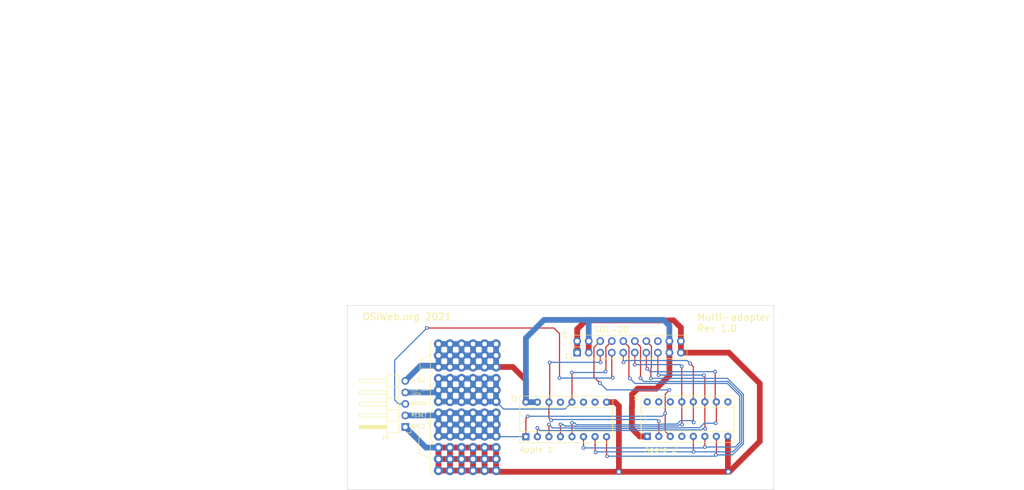
<source format=kicad_pcb>
(kicad_pcb (version 20171130) (host pcbnew "(5.1.9-0-10_14)")

  (general
    (thickness 1.6)
    (drawings 30)
    (tracks 293)
    (zones 0)
    (modules 77)
    (nets 23)
  )

  (page A)
  (title_block
    (title "Unified Retro Keyboard Multi-adapter")
    (date 2021-02-13)
    (rev 1.0)
  )

  (layers
    (0 F.Cu signal)
    (31 B.Cu signal)
    (32 B.Adhes user)
    (33 F.Adhes user)
    (34 B.Paste user)
    (35 F.Paste user)
    (36 B.SilkS user)
    (37 F.SilkS user)
    (38 B.Mask user)
    (39 F.Mask user)
    (40 Dwgs.User user)
    (41 Cmts.User user)
    (42 Eco1.User user)
    (43 Eco2.User user)
    (44 Edge.Cuts user)
    (45 Margin user)
    (46 B.CrtYd user)
    (47 F.CrtYd user)
    (48 B.Fab user)
    (49 F.Fab user)
  )

  (setup
    (last_trace_width 0.254)
    (user_trace_width 0.254)
    (user_trace_width 0.508)
    (user_trace_width 1.27)
    (trace_clearance 0.1524)
    (zone_clearance 0.508)
    (zone_45_only no)
    (trace_min 0.2)
    (via_size 0.8128)
    (via_drill 0.4064)
    (via_min_size 0.4)
    (via_min_drill 0.3)
    (user_via 1.27 0.7112)
    (user_via 1.5748 0.8128)
    (uvia_size 0.3048)
    (uvia_drill 0.1016)
    (uvias_allowed no)
    (uvia_min_size 0.2)
    (uvia_min_drill 0.1)
    (edge_width 0.05)
    (segment_width 0.2)
    (pcb_text_width 0.3)
    (pcb_text_size 1.5 1.5)
    (mod_edge_width 0.12)
    (mod_text_size 1 1)
    (mod_text_width 0.15)
    (pad_size 1.524 1.524)
    (pad_drill 1.016)
    (pad_to_mask_clearance 0)
    (aux_axis_origin 61.4172 179.1081)
    (visible_elements 7FFFEFFF)
    (pcbplotparams
      (layerselection 0x010fc_ffffffff)
      (usegerberextensions false)
      (usegerberattributes false)
      (usegerberadvancedattributes false)
      (creategerberjobfile false)
      (excludeedgelayer true)
      (linewidth 0.100000)
      (plotframeref false)
      (viasonmask false)
      (mode 1)
      (useauxorigin false)
      (hpglpennumber 1)
      (hpglpenspeed 20)
      (hpglpendiameter 15.000000)
      (psnegative false)
      (psa4output false)
      (plotreference true)
      (plotvalue true)
      (plotinvisibletext false)
      (padsonsilk false)
      (subtractmaskfromsilk false)
      (outputformat 1)
      (mirror false)
      (drillshape 0)
      (scaleselection 1)
      (outputdirectory "outputs"))
  )

  (net 0 "")
  (net 1 GND)
  (net 2 /D7)
  (net 3 /D1)
  (net 4 /D2)
  (net 5 /D3)
  (net 6 /D4)
  (net 7 /D5)
  (net 8 /D6)
  (net 9 /D0)
  (net 10 /~STROBE)
  (net 11 "Net-(J1-Pad9)")
  (net 12 "Net-(J1-Pad4)")
  (net 13 "Net-(J1-Pad14)")
  (net 14 "Net-(J1-Pad15)")
  (net 15 "Net-(J1-Pad16)")
  (net 16 "Net-(J2-Pad10)")
  (net 17 "Net-(J2-Pad11)")
  (net 18 "Net-(J2-Pad13)")
  (net 19 VCC)
  (net 20 /~RESET)
  (net 21 /CLR-LOCAL)
  (net 22 /BREAK)

  (net_class Default "This is the default net class."
    (clearance 0.1524)
    (trace_width 0.254)
    (via_dia 0.8128)
    (via_drill 0.4064)
    (uvia_dia 0.3048)
    (uvia_drill 0.1016)
    (diff_pair_width 0.2032)
    (diff_pair_gap 0.254)
    (add_net /BREAK)
    (add_net /CLR-LOCAL)
    (add_net /D0)
    (add_net /D1)
    (add_net /D2)
    (add_net /D3)
    (add_net /D4)
    (add_net /D5)
    (add_net /D6)
    (add_net /D7)
    (add_net /~RESET)
    (add_net /~STROBE)
    (add_net "Net-(J1-Pad14)")
    (add_net "Net-(J1-Pad15)")
    (add_net "Net-(J1-Pad16)")
    (add_net "Net-(J1-Pad4)")
    (add_net "Net-(J1-Pad9)")
    (add_net "Net-(J2-Pad10)")
    (add_net "Net-(J2-Pad11)")
    (add_net "Net-(J2-Pad13)")
    (add_net VCC)
  )

  (net_class power1 ""
    (clearance 0.1524)
    (trace_width 1.27)
    (via_dia 1.27)
    (via_drill 0.7112)
    (uvia_dia 0.3048)
    (uvia_drill 0.1016)
    (diff_pair_width 0.2032)
    (diff_pair_gap 0.254)
    (add_net GND)
  )

  (net_class signal ""
    (clearance 0.1524)
    (trace_width 0.254)
    (via_dia 0.8128)
    (via_drill 0.4064)
    (uvia_dia 0.3048)
    (uvia_drill 0.1016)
    (diff_pair_width 0.2032)
    (diff_pair_gap 0.254)
  )

  (module unikbd:proto_pad (layer F.Cu) (tedit 602746C3) (tstamp 60278C29)
    (at 112.018 78.828)
    (descr "solder Pin_ with flat with fork, hole diameter 1.4mm, length 8.5mm, width 2.8mm, e.g. Ettinger 13.13.890, https://katalog.ettinger.de/#p=434")
    (tags "solder Pin_ with flat fork")
    (fp_text reference REF** (at 1.016 0.762) (layer F.SilkS) hide
      (effects (font (size 1 1) (thickness 0.15)))
    )
    (fp_text value . (at -0.762 -1.016) (layer F.Fab) hide
      (effects (font (size 1 1) (thickness 0.15)))
    )
    (fp_text user . (at -1.27 0.254) (layer F.Fab) hide
      (effects (font (size 1 1) (thickness 0.15)))
    )
    (fp_line (start -1.4 0.25) (end -1.4 -0.25) (layer F.Fab) (width 0.1))
    (fp_line (start 1.4 -0.25) (end 1.4 0.25) (layer F.Fab) (width 0.1))
    (fp_line (start -1.4 -0.25) (end 1.4 -0.25) (layer F.Fab) (width 0.1))
    (fp_line (start 1.4 0.25) (end -1.4 0.25) (layer F.Fab) (width 0.1))
    (pad 1 thru_hole circle (at 0 0) (size 2.032 2.032) (drill 1.016) (layers *.Cu *.Mask)
      (net 19 VCC))
    (model ${KISYS3DMOD}/Connector_Pin.3dshapes/Pin_D1.4mm_L8.5mm_W2.8mm_FlatFork.wrl
      (at (xyz 0 0 0))
      (scale (xyz 1 1 1))
      (rotate (xyz 0 0 0))
    )
  )

  (module unikbd:proto_pad (layer F.Cu) (tedit 602746C3) (tstamp 6027FF0D)
    (at 124.718 99.148)
    (descr "solder Pin_ with flat with fork, hole diameter 1.4mm, length 8.5mm, width 2.8mm, e.g. Ettinger 13.13.890, https://katalog.ettinger.de/#p=434")
    (tags "solder Pin_ with flat fork")
    (fp_text reference REF** (at 1.016 0.762) (layer F.SilkS) hide
      (effects (font (size 1 1) (thickness 0.15)))
    )
    (fp_text value . (at 0 -2.05) (layer F.Fab) hide
      (effects (font (size 1 1) (thickness 0.15)))
    )
    (fp_text user . (at -1.27 0.254) (layer F.Fab) hide
      (effects (font (size 1 1) (thickness 0.15)))
    )
    (fp_line (start -1.4 0.25) (end -1.4 -0.25) (layer F.Fab) (width 0.1))
    (fp_line (start 1.4 -0.25) (end 1.4 0.25) (layer F.Fab) (width 0.1))
    (fp_line (start -1.4 -0.25) (end 1.4 -0.25) (layer F.Fab) (width 0.1))
    (fp_line (start 1.4 0.25) (end -1.4 0.25) (layer F.Fab) (width 0.1))
    (pad 1 thru_hole circle (at 0 0) (size 2.032 2.032) (drill 1.016) (layers *.Cu *.Mask)
      (net 20 /~RESET))
    (model ${KISYS3DMOD}/Connector_Pin.3dshapes/Pin_D1.4mm_L8.5mm_W2.8mm_FlatFork.wrl
      (at (xyz 0 0 0))
      (scale (xyz 1 1 1))
      (rotate (xyz 0 0 0))
    )
  )

  (module unikbd:proto_pad (layer F.Cu) (tedit 602746C3) (tstamp 6027FEED)
    (at 122.178 99.148)
    (descr "solder Pin_ with flat with fork, hole diameter 1.4mm, length 8.5mm, width 2.8mm, e.g. Ettinger 13.13.890, https://katalog.ettinger.de/#p=434")
    (tags "solder Pin_ with flat fork")
    (fp_text reference REF** (at 1.016 0.762) (layer F.SilkS) hide
      (effects (font (size 1 1) (thickness 0.15)))
    )
    (fp_text value . (at 0 -2.05) (layer F.Fab) hide
      (effects (font (size 1 1) (thickness 0.15)))
    )
    (fp_text user . (at -1.27 0.254) (layer F.Fab) hide
      (effects (font (size 1 1) (thickness 0.15)))
    )
    (fp_line (start -1.4 0.25) (end -1.4 -0.25) (layer F.Fab) (width 0.1))
    (fp_line (start 1.4 -0.25) (end 1.4 0.25) (layer F.Fab) (width 0.1))
    (fp_line (start -1.4 -0.25) (end 1.4 -0.25) (layer F.Fab) (width 0.1))
    (fp_line (start 1.4 0.25) (end -1.4 0.25) (layer F.Fab) (width 0.1))
    (pad 1 thru_hole circle (at 0 0) (size 2.032 2.032) (drill 1.016) (layers *.Cu *.Mask)
      (net 20 /~RESET))
    (model ${KISYS3DMOD}/Connector_Pin.3dshapes/Pin_D1.4mm_L8.5mm_W2.8mm_FlatFork.wrl
      (at (xyz 0 0 0))
      (scale (xyz 1 1 1))
      (rotate (xyz 0 0 0))
    )
  )

  (module unikbd:proto_pad (layer F.Cu) (tedit 602746C3) (tstamp 6027FECD)
    (at 119.638 99.148)
    (descr "solder Pin_ with flat with fork, hole diameter 1.4mm, length 8.5mm, width 2.8mm, e.g. Ettinger 13.13.890, https://katalog.ettinger.de/#p=434")
    (tags "solder Pin_ with flat fork")
    (fp_text reference REF** (at 1.016 0.762) (layer F.SilkS) hide
      (effects (font (size 1 1) (thickness 0.15)))
    )
    (fp_text value . (at 0 -2.05) (layer F.Fab) hide
      (effects (font (size 1 1) (thickness 0.15)))
    )
    (fp_text user . (at -1.27 0.254) (layer F.Fab) hide
      (effects (font (size 1 1) (thickness 0.15)))
    )
    (fp_line (start -1.4 0.25) (end -1.4 -0.25) (layer F.Fab) (width 0.1))
    (fp_line (start 1.4 -0.25) (end 1.4 0.25) (layer F.Fab) (width 0.1))
    (fp_line (start -1.4 -0.25) (end 1.4 -0.25) (layer F.Fab) (width 0.1))
    (fp_line (start 1.4 0.25) (end -1.4 0.25) (layer F.Fab) (width 0.1))
    (pad 1 thru_hole circle (at 0 0) (size 2.032 2.032) (drill 1.016) (layers *.Cu *.Mask)
      (net 20 /~RESET))
    (model ${KISYS3DMOD}/Connector_Pin.3dshapes/Pin_D1.4mm_L8.5mm_W2.8mm_FlatFork.wrl
      (at (xyz 0 0 0))
      (scale (xyz 1 1 1))
      (rotate (xyz 0 0 0))
    )
  )

  (module unikbd:proto_pad (layer F.Cu) (tedit 602746C3) (tstamp 6027FEAD)
    (at 117.098 99.148)
    (descr "solder Pin_ with flat with fork, hole diameter 1.4mm, length 8.5mm, width 2.8mm, e.g. Ettinger 13.13.890, https://katalog.ettinger.de/#p=434")
    (tags "solder Pin_ with flat fork")
    (fp_text reference REF** (at 1.016 0.762) (layer F.SilkS) hide
      (effects (font (size 1 1) (thickness 0.15)))
    )
    (fp_text value . (at 0 -2.05) (layer F.Fab) hide
      (effects (font (size 1 1) (thickness 0.15)))
    )
    (fp_text user . (at -1.27 0.254) (layer F.Fab) hide
      (effects (font (size 1 1) (thickness 0.15)))
    )
    (fp_line (start -1.4 0.25) (end -1.4 -0.25) (layer F.Fab) (width 0.1))
    (fp_line (start 1.4 -0.25) (end 1.4 0.25) (layer F.Fab) (width 0.1))
    (fp_line (start -1.4 -0.25) (end 1.4 -0.25) (layer F.Fab) (width 0.1))
    (fp_line (start 1.4 0.25) (end -1.4 0.25) (layer F.Fab) (width 0.1))
    (pad 1 thru_hole circle (at 0 0) (size 2.032 2.032) (drill 1.016) (layers *.Cu *.Mask)
      (net 20 /~RESET))
    (model ${KISYS3DMOD}/Connector_Pin.3dshapes/Pin_D1.4mm_L8.5mm_W2.8mm_FlatFork.wrl
      (at (xyz 0 0 0))
      (scale (xyz 1 1 1))
      (rotate (xyz 0 0 0))
    )
  )

  (module unikbd:proto_pad (layer F.Cu) (tedit 602746C3) (tstamp 6027FE8D)
    (at 114.558 99.148)
    (descr "solder Pin_ with flat with fork, hole diameter 1.4mm, length 8.5mm, width 2.8mm, e.g. Ettinger 13.13.890, https://katalog.ettinger.de/#p=434")
    (tags "solder Pin_ with flat fork")
    (fp_text reference REF** (at 1.016 0.762) (layer F.SilkS) hide
      (effects (font (size 1 1) (thickness 0.15)))
    )
    (fp_text value . (at 0 -2.05) (layer F.Fab) hide
      (effects (font (size 1 1) (thickness 0.15)))
    )
    (fp_text user . (at -1.27 0.254) (layer F.Fab) hide
      (effects (font (size 1 1) (thickness 0.15)))
    )
    (fp_line (start -1.4 0.25) (end -1.4 -0.25) (layer F.Fab) (width 0.1))
    (fp_line (start 1.4 -0.25) (end 1.4 0.25) (layer F.Fab) (width 0.1))
    (fp_line (start -1.4 -0.25) (end 1.4 -0.25) (layer F.Fab) (width 0.1))
    (fp_line (start 1.4 0.25) (end -1.4 0.25) (layer F.Fab) (width 0.1))
    (pad 1 thru_hole circle (at 0 0) (size 2.032 2.032) (drill 1.016) (layers *.Cu *.Mask)
      (net 20 /~RESET))
    (model ${KISYS3DMOD}/Connector_Pin.3dshapes/Pin_D1.4mm_L8.5mm_W2.8mm_FlatFork.wrl
      (at (xyz 0 0 0))
      (scale (xyz 1 1 1))
      (rotate (xyz 0 0 0))
    )
  )

  (module unikbd:proto_pad (layer F.Cu) (tedit 602746C3) (tstamp 6027FE6D)
    (at 112.018 99.148)
    (descr "solder Pin_ with flat with fork, hole diameter 1.4mm, length 8.5mm, width 2.8mm, e.g. Ettinger 13.13.890, https://katalog.ettinger.de/#p=434")
    (tags "solder Pin_ with flat fork")
    (fp_text reference REF** (at 1.016 0.762) (layer F.SilkS) hide
      (effects (font (size 1 1) (thickness 0.15)))
    )
    (fp_text value . (at 0 -2.05) (layer F.Fab) hide
      (effects (font (size 1 1) (thickness 0.15)))
    )
    (fp_text user . (at -1.27 0.254) (layer F.Fab) hide
      (effects (font (size 1 1) (thickness 0.15)))
    )
    (fp_line (start -1.4 0.25) (end -1.4 -0.25) (layer F.Fab) (width 0.1))
    (fp_line (start 1.4 -0.25) (end 1.4 0.25) (layer F.Fab) (width 0.1))
    (fp_line (start -1.4 -0.25) (end 1.4 -0.25) (layer F.Fab) (width 0.1))
    (fp_line (start 1.4 0.25) (end -1.4 0.25) (layer F.Fab) (width 0.1))
    (pad 1 thru_hole circle (at 0 0) (size 2.032 2.032) (drill 1.016) (layers *.Cu *.Mask)
      (net 20 /~RESET))
    (model ${KISYS3DMOD}/Connector_Pin.3dshapes/Pin_D1.4mm_L8.5mm_W2.8mm_FlatFork.wrl
      (at (xyz 0 0 0))
      (scale (xyz 1 1 1))
      (rotate (xyz 0 0 0))
    )
  )

  (module unikbd:proto_pad (layer F.Cu) (tedit 602746C3) (tstamp 6027FE4D)
    (at 124.718 96.608)
    (descr "solder Pin_ with flat with fork, hole diameter 1.4mm, length 8.5mm, width 2.8mm, e.g. Ettinger 13.13.890, https://katalog.ettinger.de/#p=434")
    (tags "solder Pin_ with flat fork")
    (fp_text reference REF** (at 1.016 0.762) (layer F.SilkS) hide
      (effects (font (size 1 1) (thickness 0.15)))
    )
    (fp_text value . (at 0 -2.05) (layer F.Fab) hide
      (effects (font (size 1 1) (thickness 0.15)))
    )
    (fp_text user . (at -1.27 0.254) (layer F.Fab) hide
      (effects (font (size 1 1) (thickness 0.15)))
    )
    (fp_line (start -1.4 0.25) (end -1.4 -0.25) (layer F.Fab) (width 0.1))
    (fp_line (start 1.4 -0.25) (end 1.4 0.25) (layer F.Fab) (width 0.1))
    (fp_line (start -1.4 -0.25) (end 1.4 -0.25) (layer F.Fab) (width 0.1))
    (fp_line (start 1.4 0.25) (end -1.4 0.25) (layer F.Fab) (width 0.1))
    (pad 1 thru_hole circle (at 0 0) (size 2.032 2.032) (drill 1.016) (layers *.Cu *.Mask)
      (net 20 /~RESET))
    (model ${KISYS3DMOD}/Connector_Pin.3dshapes/Pin_D1.4mm_L8.5mm_W2.8mm_FlatFork.wrl
      (at (xyz 0 0 0))
      (scale (xyz 1 1 1))
      (rotate (xyz 0 0 0))
    )
  )

  (module unikbd:proto_pad (layer F.Cu) (tedit 602746C3) (tstamp 6027FE2D)
    (at 122.178 96.608)
    (descr "solder Pin_ with flat with fork, hole diameter 1.4mm, length 8.5mm, width 2.8mm, e.g. Ettinger 13.13.890, https://katalog.ettinger.de/#p=434")
    (tags "solder Pin_ with flat fork")
    (fp_text reference REF** (at 1.016 0.762) (layer F.SilkS) hide
      (effects (font (size 1 1) (thickness 0.15)))
    )
    (fp_text value . (at 0 -2.05) (layer F.Fab) hide
      (effects (font (size 1 1) (thickness 0.15)))
    )
    (fp_text user . (at -1.27 0.254) (layer F.Fab) hide
      (effects (font (size 1 1) (thickness 0.15)))
    )
    (fp_line (start -1.4 0.25) (end -1.4 -0.25) (layer F.Fab) (width 0.1))
    (fp_line (start 1.4 -0.25) (end 1.4 0.25) (layer F.Fab) (width 0.1))
    (fp_line (start -1.4 -0.25) (end 1.4 -0.25) (layer F.Fab) (width 0.1))
    (fp_line (start 1.4 0.25) (end -1.4 0.25) (layer F.Fab) (width 0.1))
    (pad 1 thru_hole circle (at 0 0) (size 2.032 2.032) (drill 1.016) (layers *.Cu *.Mask)
      (net 20 /~RESET))
    (model ${KISYS3DMOD}/Connector_Pin.3dshapes/Pin_D1.4mm_L8.5mm_W2.8mm_FlatFork.wrl
      (at (xyz 0 0 0))
      (scale (xyz 1 1 1))
      (rotate (xyz 0 0 0))
    )
  )

  (module unikbd:proto_pad (layer F.Cu) (tedit 602746C3) (tstamp 6027FE0D)
    (at 119.638 96.608)
    (descr "solder Pin_ with flat with fork, hole diameter 1.4mm, length 8.5mm, width 2.8mm, e.g. Ettinger 13.13.890, https://katalog.ettinger.de/#p=434")
    (tags "solder Pin_ with flat fork")
    (fp_text reference REF** (at 1.016 0.762) (layer F.SilkS) hide
      (effects (font (size 1 1) (thickness 0.15)))
    )
    (fp_text value . (at 0 -2.05) (layer F.Fab) hide
      (effects (font (size 1 1) (thickness 0.15)))
    )
    (fp_text user . (at -1.27 0.254) (layer F.Fab) hide
      (effects (font (size 1 1) (thickness 0.15)))
    )
    (fp_line (start -1.4 0.25) (end -1.4 -0.25) (layer F.Fab) (width 0.1))
    (fp_line (start 1.4 -0.25) (end 1.4 0.25) (layer F.Fab) (width 0.1))
    (fp_line (start -1.4 -0.25) (end 1.4 -0.25) (layer F.Fab) (width 0.1))
    (fp_line (start 1.4 0.25) (end -1.4 0.25) (layer F.Fab) (width 0.1))
    (pad 1 thru_hole circle (at 0 0) (size 2.032 2.032) (drill 1.016) (layers *.Cu *.Mask)
      (net 20 /~RESET))
    (model ${KISYS3DMOD}/Connector_Pin.3dshapes/Pin_D1.4mm_L8.5mm_W2.8mm_FlatFork.wrl
      (at (xyz 0 0 0))
      (scale (xyz 1 1 1))
      (rotate (xyz 0 0 0))
    )
  )

  (module unikbd:proto_pad (layer F.Cu) (tedit 602746C3) (tstamp 6027FDED)
    (at 117.098 96.608)
    (descr "solder Pin_ with flat with fork, hole diameter 1.4mm, length 8.5mm, width 2.8mm, e.g. Ettinger 13.13.890, https://katalog.ettinger.de/#p=434")
    (tags "solder Pin_ with flat fork")
    (fp_text reference REF** (at 1.016 0.762) (layer F.SilkS) hide
      (effects (font (size 1 1) (thickness 0.15)))
    )
    (fp_text value . (at 0 -2.05) (layer F.Fab) hide
      (effects (font (size 1 1) (thickness 0.15)))
    )
    (fp_text user . (at -1.27 0.254) (layer F.Fab) hide
      (effects (font (size 1 1) (thickness 0.15)))
    )
    (fp_line (start -1.4 0.25) (end -1.4 -0.25) (layer F.Fab) (width 0.1))
    (fp_line (start 1.4 -0.25) (end 1.4 0.25) (layer F.Fab) (width 0.1))
    (fp_line (start -1.4 -0.25) (end 1.4 -0.25) (layer F.Fab) (width 0.1))
    (fp_line (start 1.4 0.25) (end -1.4 0.25) (layer F.Fab) (width 0.1))
    (pad 1 thru_hole circle (at 0 0) (size 2.032 2.032) (drill 1.016) (layers *.Cu *.Mask)
      (net 20 /~RESET))
    (model ${KISYS3DMOD}/Connector_Pin.3dshapes/Pin_D1.4mm_L8.5mm_W2.8mm_FlatFork.wrl
      (at (xyz 0 0 0))
      (scale (xyz 1 1 1))
      (rotate (xyz 0 0 0))
    )
  )

  (module unikbd:proto_pad (layer F.Cu) (tedit 602746C3) (tstamp 6027FDCD)
    (at 114.558 96.608)
    (descr "solder Pin_ with flat with fork, hole diameter 1.4mm, length 8.5mm, width 2.8mm, e.g. Ettinger 13.13.890, https://katalog.ettinger.de/#p=434")
    (tags "solder Pin_ with flat fork")
    (fp_text reference REF** (at 1.016 0.762) (layer F.SilkS) hide
      (effects (font (size 1 1) (thickness 0.15)))
    )
    (fp_text value . (at 0 -2.05) (layer F.Fab) hide
      (effects (font (size 1 1) (thickness 0.15)))
    )
    (fp_text user . (at -1.27 0.254) (layer F.Fab) hide
      (effects (font (size 1 1) (thickness 0.15)))
    )
    (fp_line (start -1.4 0.25) (end -1.4 -0.25) (layer F.Fab) (width 0.1))
    (fp_line (start 1.4 -0.25) (end 1.4 0.25) (layer F.Fab) (width 0.1))
    (fp_line (start -1.4 -0.25) (end 1.4 -0.25) (layer F.Fab) (width 0.1))
    (fp_line (start 1.4 0.25) (end -1.4 0.25) (layer F.Fab) (width 0.1))
    (pad 1 thru_hole circle (at 0 0) (size 2.032 2.032) (drill 1.016) (layers *.Cu *.Mask)
      (net 20 /~RESET))
    (model ${KISYS3DMOD}/Connector_Pin.3dshapes/Pin_D1.4mm_L8.5mm_W2.8mm_FlatFork.wrl
      (at (xyz 0 0 0))
      (scale (xyz 1 1 1))
      (rotate (xyz 0 0 0))
    )
  )

  (module unikbd:proto_pad (layer F.Cu) (tedit 602746C3) (tstamp 6027FDAD)
    (at 112.018 96.608)
    (descr "solder Pin_ with flat with fork, hole diameter 1.4mm, length 8.5mm, width 2.8mm, e.g. Ettinger 13.13.890, https://katalog.ettinger.de/#p=434")
    (tags "solder Pin_ with flat fork")
    (fp_text reference REF** (at 1.016 0.762) (layer F.SilkS) hide
      (effects (font (size 1 1) (thickness 0.15)))
    )
    (fp_text value . (at 0 -2.05) (layer F.Fab) hide
      (effects (font (size 1 1) (thickness 0.15)))
    )
    (fp_text user . (at -1.27 0.254) (layer F.Fab) hide
      (effects (font (size 1 1) (thickness 0.15)))
    )
    (fp_line (start -1.4 0.25) (end -1.4 -0.25) (layer F.Fab) (width 0.1))
    (fp_line (start 1.4 -0.25) (end 1.4 0.25) (layer F.Fab) (width 0.1))
    (fp_line (start -1.4 -0.25) (end 1.4 -0.25) (layer F.Fab) (width 0.1))
    (fp_line (start 1.4 0.25) (end -1.4 0.25) (layer F.Fab) (width 0.1))
    (pad 1 thru_hole circle (at 0 0) (size 2.032 2.032) (drill 1.016) (layers *.Cu *.Mask)
      (net 20 /~RESET))
    (model ${KISYS3DMOD}/Connector_Pin.3dshapes/Pin_D1.4mm_L8.5mm_W2.8mm_FlatFork.wrl
      (at (xyz 0 0 0))
      (scale (xyz 1 1 1))
      (rotate (xyz 0 0 0))
    )
  )

  (module unikbd:proto_pad (layer F.Cu) (tedit 602746C3) (tstamp 6027FD8D)
    (at 124.718 94.068)
    (descr "solder Pin_ with flat with fork, hole diameter 1.4mm, length 8.5mm, width 2.8mm, e.g. Ettinger 13.13.890, https://katalog.ettinger.de/#p=434")
    (tags "solder Pin_ with flat fork")
    (fp_text reference REF** (at 1.016 0.762) (layer F.SilkS) hide
      (effects (font (size 1 1) (thickness 0.15)))
    )
    (fp_text value . (at 0 -2.05) (layer F.Fab) hide
      (effects (font (size 1 1) (thickness 0.15)))
    )
    (fp_text user . (at -1.27 0.254) (layer F.Fab) hide
      (effects (font (size 1 1) (thickness 0.15)))
    )
    (fp_line (start -1.4 0.25) (end -1.4 -0.25) (layer F.Fab) (width 0.1))
    (fp_line (start 1.4 -0.25) (end 1.4 0.25) (layer F.Fab) (width 0.1))
    (fp_line (start -1.4 -0.25) (end 1.4 -0.25) (layer F.Fab) (width 0.1))
    (fp_line (start 1.4 0.25) (end -1.4 0.25) (layer F.Fab) (width 0.1))
    (pad 1 thru_hole circle (at 0 0) (size 2.032 2.032) (drill 1.016) (layers *.Cu *.Mask)
      (net 20 /~RESET))
    (model ${KISYS3DMOD}/Connector_Pin.3dshapes/Pin_D1.4mm_L8.5mm_W2.8mm_FlatFork.wrl
      (at (xyz 0 0 0))
      (scale (xyz 1 1 1))
      (rotate (xyz 0 0 0))
    )
  )

  (module unikbd:proto_pad (layer F.Cu) (tedit 602746C3) (tstamp 6027FD6D)
    (at 122.178 94.068)
    (descr "solder Pin_ with flat with fork, hole diameter 1.4mm, length 8.5mm, width 2.8mm, e.g. Ettinger 13.13.890, https://katalog.ettinger.de/#p=434")
    (tags "solder Pin_ with flat fork")
    (fp_text reference REF** (at 1.016 0.762) (layer F.SilkS) hide
      (effects (font (size 1 1) (thickness 0.15)))
    )
    (fp_text value . (at 0 -2.05) (layer F.Fab) hide
      (effects (font (size 1 1) (thickness 0.15)))
    )
    (fp_text user . (at -1.27 0.254) (layer F.Fab) hide
      (effects (font (size 1 1) (thickness 0.15)))
    )
    (fp_line (start -1.4 0.25) (end -1.4 -0.25) (layer F.Fab) (width 0.1))
    (fp_line (start 1.4 -0.25) (end 1.4 0.25) (layer F.Fab) (width 0.1))
    (fp_line (start -1.4 -0.25) (end 1.4 -0.25) (layer F.Fab) (width 0.1))
    (fp_line (start 1.4 0.25) (end -1.4 0.25) (layer F.Fab) (width 0.1))
    (pad 1 thru_hole circle (at 0 0) (size 2.032 2.032) (drill 1.016) (layers *.Cu *.Mask)
      (net 20 /~RESET))
    (model ${KISYS3DMOD}/Connector_Pin.3dshapes/Pin_D1.4mm_L8.5mm_W2.8mm_FlatFork.wrl
      (at (xyz 0 0 0))
      (scale (xyz 1 1 1))
      (rotate (xyz 0 0 0))
    )
  )

  (module unikbd:proto_pad (layer F.Cu) (tedit 602746C3) (tstamp 6027FD4D)
    (at 119.638 94.068)
    (descr "solder Pin_ with flat with fork, hole diameter 1.4mm, length 8.5mm, width 2.8mm, e.g. Ettinger 13.13.890, https://katalog.ettinger.de/#p=434")
    (tags "solder Pin_ with flat fork")
    (fp_text reference REF** (at 1.016 0.762) (layer F.SilkS) hide
      (effects (font (size 1 1) (thickness 0.15)))
    )
    (fp_text value . (at 0 -2.05) (layer F.Fab) hide
      (effects (font (size 1 1) (thickness 0.15)))
    )
    (fp_text user . (at -1.27 0.254) (layer F.Fab) hide
      (effects (font (size 1 1) (thickness 0.15)))
    )
    (fp_line (start -1.4 0.25) (end -1.4 -0.25) (layer F.Fab) (width 0.1))
    (fp_line (start 1.4 -0.25) (end 1.4 0.25) (layer F.Fab) (width 0.1))
    (fp_line (start -1.4 -0.25) (end 1.4 -0.25) (layer F.Fab) (width 0.1))
    (fp_line (start 1.4 0.25) (end -1.4 0.25) (layer F.Fab) (width 0.1))
    (pad 1 thru_hole circle (at 0 0) (size 2.032 2.032) (drill 1.016) (layers *.Cu *.Mask)
      (net 20 /~RESET))
    (model ${KISYS3DMOD}/Connector_Pin.3dshapes/Pin_D1.4mm_L8.5mm_W2.8mm_FlatFork.wrl
      (at (xyz 0 0 0))
      (scale (xyz 1 1 1))
      (rotate (xyz 0 0 0))
    )
  )

  (module unikbd:proto_pad (layer F.Cu) (tedit 602746C3) (tstamp 6027FD2D)
    (at 117.098 94.068)
    (descr "solder Pin_ with flat with fork, hole diameter 1.4mm, length 8.5mm, width 2.8mm, e.g. Ettinger 13.13.890, https://katalog.ettinger.de/#p=434")
    (tags "solder Pin_ with flat fork")
    (fp_text reference REF** (at 1.016 0.762) (layer F.SilkS) hide
      (effects (font (size 1 1) (thickness 0.15)))
    )
    (fp_text value . (at 0 -2.05) (layer F.Fab) hide
      (effects (font (size 1 1) (thickness 0.15)))
    )
    (fp_text user . (at -1.27 0.254) (layer F.Fab) hide
      (effects (font (size 1 1) (thickness 0.15)))
    )
    (fp_line (start -1.4 0.25) (end -1.4 -0.25) (layer F.Fab) (width 0.1))
    (fp_line (start 1.4 -0.25) (end 1.4 0.25) (layer F.Fab) (width 0.1))
    (fp_line (start -1.4 -0.25) (end 1.4 -0.25) (layer F.Fab) (width 0.1))
    (fp_line (start 1.4 0.25) (end -1.4 0.25) (layer F.Fab) (width 0.1))
    (pad 1 thru_hole circle (at 0 0) (size 2.032 2.032) (drill 1.016) (layers *.Cu *.Mask)
      (net 20 /~RESET))
    (model ${KISYS3DMOD}/Connector_Pin.3dshapes/Pin_D1.4mm_L8.5mm_W2.8mm_FlatFork.wrl
      (at (xyz 0 0 0))
      (scale (xyz 1 1 1))
      (rotate (xyz 0 0 0))
    )
  )

  (module unikbd:proto_pad (layer F.Cu) (tedit 602746C3) (tstamp 6027FD0D)
    (at 114.558 94.068)
    (descr "solder Pin_ with flat with fork, hole diameter 1.4mm, length 8.5mm, width 2.8mm, e.g. Ettinger 13.13.890, https://katalog.ettinger.de/#p=434")
    (tags "solder Pin_ with flat fork")
    (fp_text reference REF** (at 1.016 0.762) (layer F.SilkS) hide
      (effects (font (size 1 1) (thickness 0.15)))
    )
    (fp_text value . (at 0 -2.05) (layer F.Fab) hide
      (effects (font (size 1 1) (thickness 0.15)))
    )
    (fp_text user . (at -1.27 0.254) (layer F.Fab) hide
      (effects (font (size 1 1) (thickness 0.15)))
    )
    (fp_line (start -1.4 0.25) (end -1.4 -0.25) (layer F.Fab) (width 0.1))
    (fp_line (start 1.4 -0.25) (end 1.4 0.25) (layer F.Fab) (width 0.1))
    (fp_line (start -1.4 -0.25) (end 1.4 -0.25) (layer F.Fab) (width 0.1))
    (fp_line (start 1.4 0.25) (end -1.4 0.25) (layer F.Fab) (width 0.1))
    (pad 1 thru_hole circle (at 0 0) (size 2.032 2.032) (drill 1.016) (layers *.Cu *.Mask)
      (net 20 /~RESET))
    (model ${KISYS3DMOD}/Connector_Pin.3dshapes/Pin_D1.4mm_L8.5mm_W2.8mm_FlatFork.wrl
      (at (xyz 0 0 0))
      (scale (xyz 1 1 1))
      (rotate (xyz 0 0 0))
    )
  )

  (module unikbd:proto_pad (layer F.Cu) (tedit 602746C3) (tstamp 6027E554)
    (at 112.018 94.068)
    (descr "solder Pin_ with flat with fork, hole diameter 1.4mm, length 8.5mm, width 2.8mm, e.g. Ettinger 13.13.890, https://katalog.ettinger.de/#p=434")
    (tags "solder Pin_ with flat fork")
    (fp_text reference REF** (at 1.016 0.762) (layer F.SilkS) hide
      (effects (font (size 1 1) (thickness 0.15)))
    )
    (fp_text value . (at 0 -2.05) (layer F.Fab) hide
      (effects (font (size 1 1) (thickness 0.15)))
    )
    (fp_text user . (at -1.27 0.254) (layer F.Fab) hide
      (effects (font (size 1 1) (thickness 0.15)))
    )
    (fp_line (start -1.4 0.25) (end -1.4 -0.25) (layer F.Fab) (width 0.1))
    (fp_line (start 1.4 -0.25) (end 1.4 0.25) (layer F.Fab) (width 0.1))
    (fp_line (start -1.4 -0.25) (end 1.4 -0.25) (layer F.Fab) (width 0.1))
    (fp_line (start 1.4 0.25) (end -1.4 0.25) (layer F.Fab) (width 0.1))
    (pad 1 thru_hole circle (at 0 0) (size 2.032 2.032) (drill 1.016) (layers *.Cu *.Mask)
      (net 20 /~RESET))
    (model ${KISYS3DMOD}/Connector_Pin.3dshapes/Pin_D1.4mm_L8.5mm_W2.8mm_FlatFork.wrl
      (at (xyz 0 0 0))
      (scale (xyz 1 1 1))
      (rotate (xyz 0 0 0))
    )
  )

  (module unikbd:proto_pad (layer F.Cu) (tedit 602746C3) (tstamp 6027FC44)
    (at 124.718 91.528)
    (descr "solder Pin_ with flat with fork, hole diameter 1.4mm, length 8.5mm, width 2.8mm, e.g. Ettinger 13.13.890, https://katalog.ettinger.de/#p=434")
    (tags "solder Pin_ with flat fork")
    (fp_text reference REF** (at 1.016 0.762) (layer F.SilkS) hide
      (effects (font (size 1 1) (thickness 0.15)))
    )
    (fp_text value . (at 0 -2.05) (layer F.Fab) hide
      (effects (font (size 1 1) (thickness 0.15)))
    )
    (fp_text user . (at -1.27 0.254) (layer F.Fab) hide
      (effects (font (size 1 1) (thickness 0.15)))
    )
    (fp_line (start -1.4 0.25) (end -1.4 -0.25) (layer F.Fab) (width 0.1))
    (fp_line (start 1.4 -0.25) (end 1.4 0.25) (layer F.Fab) (width 0.1))
    (fp_line (start -1.4 -0.25) (end 1.4 -0.25) (layer F.Fab) (width 0.1))
    (fp_line (start 1.4 0.25) (end -1.4 0.25) (layer F.Fab) (width 0.1))
    (pad 1 thru_hole circle (at 0 0) (size 2.032 2.032) (drill 1.016) (layers *.Cu *.Mask)
      (net 21 /CLR-LOCAL))
    (model ${KISYS3DMOD}/Connector_Pin.3dshapes/Pin_D1.4mm_L8.5mm_W2.8mm_FlatFork.wrl
      (at (xyz 0 0 0))
      (scale (xyz 1 1 1))
      (rotate (xyz 0 0 0))
    )
  )

  (module unikbd:proto_pad (layer F.Cu) (tedit 602746C3) (tstamp 6027FC24)
    (at 122.178 91.528)
    (descr "solder Pin_ with flat with fork, hole diameter 1.4mm, length 8.5mm, width 2.8mm, e.g. Ettinger 13.13.890, https://katalog.ettinger.de/#p=434")
    (tags "solder Pin_ with flat fork")
    (fp_text reference REF** (at 1.016 0.762) (layer F.SilkS) hide
      (effects (font (size 1 1) (thickness 0.15)))
    )
    (fp_text value . (at 0 -2.05) (layer F.Fab) hide
      (effects (font (size 1 1) (thickness 0.15)))
    )
    (fp_text user . (at -1.27 0.254) (layer F.Fab) hide
      (effects (font (size 1 1) (thickness 0.15)))
    )
    (fp_line (start -1.4 0.25) (end -1.4 -0.25) (layer F.Fab) (width 0.1))
    (fp_line (start 1.4 -0.25) (end 1.4 0.25) (layer F.Fab) (width 0.1))
    (fp_line (start -1.4 -0.25) (end 1.4 -0.25) (layer F.Fab) (width 0.1))
    (fp_line (start 1.4 0.25) (end -1.4 0.25) (layer F.Fab) (width 0.1))
    (pad 1 thru_hole circle (at 0 0) (size 2.032 2.032) (drill 1.016) (layers *.Cu *.Mask)
      (net 21 /CLR-LOCAL))
    (model ${KISYS3DMOD}/Connector_Pin.3dshapes/Pin_D1.4mm_L8.5mm_W2.8mm_FlatFork.wrl
      (at (xyz 0 0 0))
      (scale (xyz 1 1 1))
      (rotate (xyz 0 0 0))
    )
  )

  (module unikbd:proto_pad (layer F.Cu) (tedit 602746C3) (tstamp 6027FC04)
    (at 119.638 91.528)
    (descr "solder Pin_ with flat with fork, hole diameter 1.4mm, length 8.5mm, width 2.8mm, e.g. Ettinger 13.13.890, https://katalog.ettinger.de/#p=434")
    (tags "solder Pin_ with flat fork")
    (fp_text reference REF** (at 1.016 0.762) (layer F.SilkS) hide
      (effects (font (size 1 1) (thickness 0.15)))
    )
    (fp_text value . (at 0 -2.05) (layer F.Fab) hide
      (effects (font (size 1 1) (thickness 0.15)))
    )
    (fp_text user . (at -1.27 0.254) (layer F.Fab) hide
      (effects (font (size 1 1) (thickness 0.15)))
    )
    (fp_line (start -1.4 0.25) (end -1.4 -0.25) (layer F.Fab) (width 0.1))
    (fp_line (start 1.4 -0.25) (end 1.4 0.25) (layer F.Fab) (width 0.1))
    (fp_line (start -1.4 -0.25) (end 1.4 -0.25) (layer F.Fab) (width 0.1))
    (fp_line (start 1.4 0.25) (end -1.4 0.25) (layer F.Fab) (width 0.1))
    (pad 1 thru_hole circle (at 0 0) (size 2.032 2.032) (drill 1.016) (layers *.Cu *.Mask)
      (net 21 /CLR-LOCAL))
    (model ${KISYS3DMOD}/Connector_Pin.3dshapes/Pin_D1.4mm_L8.5mm_W2.8mm_FlatFork.wrl
      (at (xyz 0 0 0))
      (scale (xyz 1 1 1))
      (rotate (xyz 0 0 0))
    )
  )

  (module unikbd:proto_pad (layer F.Cu) (tedit 602746C3) (tstamp 6027FBE4)
    (at 117.098 91.528)
    (descr "solder Pin_ with flat with fork, hole diameter 1.4mm, length 8.5mm, width 2.8mm, e.g. Ettinger 13.13.890, https://katalog.ettinger.de/#p=434")
    (tags "solder Pin_ with flat fork")
    (fp_text reference REF** (at 1.016 0.762) (layer F.SilkS) hide
      (effects (font (size 1 1) (thickness 0.15)))
    )
    (fp_text value . (at 0 -2.05) (layer F.Fab) hide
      (effects (font (size 1 1) (thickness 0.15)))
    )
    (fp_text user . (at -1.27 0.254) (layer F.Fab) hide
      (effects (font (size 1 1) (thickness 0.15)))
    )
    (fp_line (start -1.4 0.25) (end -1.4 -0.25) (layer F.Fab) (width 0.1))
    (fp_line (start 1.4 -0.25) (end 1.4 0.25) (layer F.Fab) (width 0.1))
    (fp_line (start -1.4 -0.25) (end 1.4 -0.25) (layer F.Fab) (width 0.1))
    (fp_line (start 1.4 0.25) (end -1.4 0.25) (layer F.Fab) (width 0.1))
    (pad 1 thru_hole circle (at 0 0) (size 2.032 2.032) (drill 1.016) (layers *.Cu *.Mask)
      (net 21 /CLR-LOCAL))
    (model ${KISYS3DMOD}/Connector_Pin.3dshapes/Pin_D1.4mm_L8.5mm_W2.8mm_FlatFork.wrl
      (at (xyz 0 0 0))
      (scale (xyz 1 1 1))
      (rotate (xyz 0 0 0))
    )
  )

  (module unikbd:proto_pad (layer F.Cu) (tedit 602746C3) (tstamp 6027FBC4)
    (at 114.558 91.528)
    (descr "solder Pin_ with flat with fork, hole diameter 1.4mm, length 8.5mm, width 2.8mm, e.g. Ettinger 13.13.890, https://katalog.ettinger.de/#p=434")
    (tags "solder Pin_ with flat fork")
    (fp_text reference REF** (at 1.016 0.762) (layer F.SilkS) hide
      (effects (font (size 1 1) (thickness 0.15)))
    )
    (fp_text value . (at 0 -2.05) (layer F.Fab) hide
      (effects (font (size 1 1) (thickness 0.15)))
    )
    (fp_text user . (at -1.27 0.254) (layer F.Fab) hide
      (effects (font (size 1 1) (thickness 0.15)))
    )
    (fp_line (start -1.4 0.25) (end -1.4 -0.25) (layer F.Fab) (width 0.1))
    (fp_line (start 1.4 -0.25) (end 1.4 0.25) (layer F.Fab) (width 0.1))
    (fp_line (start -1.4 -0.25) (end 1.4 -0.25) (layer F.Fab) (width 0.1))
    (fp_line (start 1.4 0.25) (end -1.4 0.25) (layer F.Fab) (width 0.1))
    (pad 1 thru_hole circle (at 0 0) (size 2.032 2.032) (drill 1.016) (layers *.Cu *.Mask)
      (net 21 /CLR-LOCAL))
    (model ${KISYS3DMOD}/Connector_Pin.3dshapes/Pin_D1.4mm_L8.5mm_W2.8mm_FlatFork.wrl
      (at (xyz 0 0 0))
      (scale (xyz 1 1 1))
      (rotate (xyz 0 0 0))
    )
  )

  (module unikbd:proto_pad (layer F.Cu) (tedit 602746C3) (tstamp 6027FBA4)
    (at 112.018 91.528)
    (descr "solder Pin_ with flat with fork, hole diameter 1.4mm, length 8.5mm, width 2.8mm, e.g. Ettinger 13.13.890, https://katalog.ettinger.de/#p=434")
    (tags "solder Pin_ with flat fork")
    (fp_text reference REF** (at 1.016 0.762) (layer F.SilkS) hide
      (effects (font (size 1 1) (thickness 0.15)))
    )
    (fp_text value . (at 0 -2.05) (layer F.Fab) hide
      (effects (font (size 1 1) (thickness 0.15)))
    )
    (fp_text user . (at -1.27 0.254) (layer F.Fab) hide
      (effects (font (size 1 1) (thickness 0.15)))
    )
    (fp_line (start -1.4 0.25) (end -1.4 -0.25) (layer F.Fab) (width 0.1))
    (fp_line (start 1.4 -0.25) (end 1.4 0.25) (layer F.Fab) (width 0.1))
    (fp_line (start -1.4 -0.25) (end 1.4 -0.25) (layer F.Fab) (width 0.1))
    (fp_line (start 1.4 0.25) (end -1.4 0.25) (layer F.Fab) (width 0.1))
    (pad 1 thru_hole circle (at 0 0) (size 2.032 2.032) (drill 1.016) (layers *.Cu *.Mask)
      (net 21 /CLR-LOCAL))
    (model ${KISYS3DMOD}/Connector_Pin.3dshapes/Pin_D1.4mm_L8.5mm_W2.8mm_FlatFork.wrl
      (at (xyz 0 0 0))
      (scale (xyz 1 1 1))
      (rotate (xyz 0 0 0))
    )
  )

  (module unikbd:proto_pad (layer F.Cu) (tedit 602746C3) (tstamp 6027FB84)
    (at 124.718 88.988)
    (descr "solder Pin_ with flat with fork, hole diameter 1.4mm, length 8.5mm, width 2.8mm, e.g. Ettinger 13.13.890, https://katalog.ettinger.de/#p=434")
    (tags "solder Pin_ with flat fork")
    (fp_text reference REF** (at 1.016 0.762) (layer F.SilkS) hide
      (effects (font (size 1 1) (thickness 0.15)))
    )
    (fp_text value . (at 0 -2.05) (layer F.Fab) hide
      (effects (font (size 1 1) (thickness 0.15)))
    )
    (fp_text user . (at -1.27 0.254) (layer F.Fab) hide
      (effects (font (size 1 1) (thickness 0.15)))
    )
    (fp_line (start -1.4 0.25) (end -1.4 -0.25) (layer F.Fab) (width 0.1))
    (fp_line (start 1.4 -0.25) (end 1.4 0.25) (layer F.Fab) (width 0.1))
    (fp_line (start -1.4 -0.25) (end 1.4 -0.25) (layer F.Fab) (width 0.1))
    (fp_line (start 1.4 0.25) (end -1.4 0.25) (layer F.Fab) (width 0.1))
    (pad 1 thru_hole circle (at 0 0) (size 2.032 2.032) (drill 1.016) (layers *.Cu *.Mask)
      (net 21 /CLR-LOCAL))
    (model ${KISYS3DMOD}/Connector_Pin.3dshapes/Pin_D1.4mm_L8.5mm_W2.8mm_FlatFork.wrl
      (at (xyz 0 0 0))
      (scale (xyz 1 1 1))
      (rotate (xyz 0 0 0))
    )
  )

  (module unikbd:proto_pad (layer F.Cu) (tedit 602746C3) (tstamp 6027FB64)
    (at 122.178 88.988)
    (descr "solder Pin_ with flat with fork, hole diameter 1.4mm, length 8.5mm, width 2.8mm, e.g. Ettinger 13.13.890, https://katalog.ettinger.de/#p=434")
    (tags "solder Pin_ with flat fork")
    (fp_text reference REF** (at 1.016 0.762) (layer F.SilkS) hide
      (effects (font (size 1 1) (thickness 0.15)))
    )
    (fp_text value . (at 0 -2.05) (layer F.Fab) hide
      (effects (font (size 1 1) (thickness 0.15)))
    )
    (fp_text user . (at -1.27 0.254) (layer F.Fab) hide
      (effects (font (size 1 1) (thickness 0.15)))
    )
    (fp_line (start -1.4 0.25) (end -1.4 -0.25) (layer F.Fab) (width 0.1))
    (fp_line (start 1.4 -0.25) (end 1.4 0.25) (layer F.Fab) (width 0.1))
    (fp_line (start -1.4 -0.25) (end 1.4 -0.25) (layer F.Fab) (width 0.1))
    (fp_line (start 1.4 0.25) (end -1.4 0.25) (layer F.Fab) (width 0.1))
    (pad 1 thru_hole circle (at 0 0) (size 2.032 2.032) (drill 1.016) (layers *.Cu *.Mask)
      (net 21 /CLR-LOCAL))
    (model ${KISYS3DMOD}/Connector_Pin.3dshapes/Pin_D1.4mm_L8.5mm_W2.8mm_FlatFork.wrl
      (at (xyz 0 0 0))
      (scale (xyz 1 1 1))
      (rotate (xyz 0 0 0))
    )
  )

  (module unikbd:proto_pad (layer F.Cu) (tedit 602746C3) (tstamp 6027FB44)
    (at 119.638 88.988)
    (descr "solder Pin_ with flat with fork, hole diameter 1.4mm, length 8.5mm, width 2.8mm, e.g. Ettinger 13.13.890, https://katalog.ettinger.de/#p=434")
    (tags "solder Pin_ with flat fork")
    (fp_text reference REF** (at 1.016 0.762) (layer F.SilkS) hide
      (effects (font (size 1 1) (thickness 0.15)))
    )
    (fp_text value . (at 0 -2.05) (layer F.Fab) hide
      (effects (font (size 1 1) (thickness 0.15)))
    )
    (fp_text user . (at -1.27 0.254) (layer F.Fab) hide
      (effects (font (size 1 1) (thickness 0.15)))
    )
    (fp_line (start -1.4 0.25) (end -1.4 -0.25) (layer F.Fab) (width 0.1))
    (fp_line (start 1.4 -0.25) (end 1.4 0.25) (layer F.Fab) (width 0.1))
    (fp_line (start -1.4 -0.25) (end 1.4 -0.25) (layer F.Fab) (width 0.1))
    (fp_line (start 1.4 0.25) (end -1.4 0.25) (layer F.Fab) (width 0.1))
    (pad 1 thru_hole circle (at 0 0) (size 2.032 2.032) (drill 1.016) (layers *.Cu *.Mask)
      (net 21 /CLR-LOCAL))
    (model ${KISYS3DMOD}/Connector_Pin.3dshapes/Pin_D1.4mm_L8.5mm_W2.8mm_FlatFork.wrl
      (at (xyz 0 0 0))
      (scale (xyz 1 1 1))
      (rotate (xyz 0 0 0))
    )
  )

  (module unikbd:proto_pad (layer F.Cu) (tedit 602746C3) (tstamp 6027FB24)
    (at 117.098 88.988)
    (descr "solder Pin_ with flat with fork, hole diameter 1.4mm, length 8.5mm, width 2.8mm, e.g. Ettinger 13.13.890, https://katalog.ettinger.de/#p=434")
    (tags "solder Pin_ with flat fork")
    (fp_text reference REF** (at 1.016 0.762) (layer F.SilkS) hide
      (effects (font (size 1 1) (thickness 0.15)))
    )
    (fp_text value . (at 0 -2.05) (layer F.Fab) hide
      (effects (font (size 1 1) (thickness 0.15)))
    )
    (fp_text user . (at -1.27 0.254) (layer F.Fab) hide
      (effects (font (size 1 1) (thickness 0.15)))
    )
    (fp_line (start -1.4 0.25) (end -1.4 -0.25) (layer F.Fab) (width 0.1))
    (fp_line (start 1.4 -0.25) (end 1.4 0.25) (layer F.Fab) (width 0.1))
    (fp_line (start -1.4 -0.25) (end 1.4 -0.25) (layer F.Fab) (width 0.1))
    (fp_line (start 1.4 0.25) (end -1.4 0.25) (layer F.Fab) (width 0.1))
    (pad 1 thru_hole circle (at 0 0) (size 2.032 2.032) (drill 1.016) (layers *.Cu *.Mask)
      (net 21 /CLR-LOCAL))
    (model ${KISYS3DMOD}/Connector_Pin.3dshapes/Pin_D1.4mm_L8.5mm_W2.8mm_FlatFork.wrl
      (at (xyz 0 0 0))
      (scale (xyz 1 1 1))
      (rotate (xyz 0 0 0))
    )
  )

  (module unikbd:proto_pad (layer F.Cu) (tedit 602746C3) (tstamp 6027FB04)
    (at 114.558 88.988)
    (descr "solder Pin_ with flat with fork, hole diameter 1.4mm, length 8.5mm, width 2.8mm, e.g. Ettinger 13.13.890, https://katalog.ettinger.de/#p=434")
    (tags "solder Pin_ with flat fork")
    (fp_text reference REF** (at 1.016 0.762) (layer F.SilkS) hide
      (effects (font (size 1 1) (thickness 0.15)))
    )
    (fp_text value . (at 0 -2.05) (layer F.Fab) hide
      (effects (font (size 1 1) (thickness 0.15)))
    )
    (fp_text user . (at -1.27 0.254) (layer F.Fab) hide
      (effects (font (size 1 1) (thickness 0.15)))
    )
    (fp_line (start -1.4 0.25) (end -1.4 -0.25) (layer F.Fab) (width 0.1))
    (fp_line (start 1.4 -0.25) (end 1.4 0.25) (layer F.Fab) (width 0.1))
    (fp_line (start -1.4 -0.25) (end 1.4 -0.25) (layer F.Fab) (width 0.1))
    (fp_line (start 1.4 0.25) (end -1.4 0.25) (layer F.Fab) (width 0.1))
    (pad 1 thru_hole circle (at 0 0) (size 2.032 2.032) (drill 1.016) (layers *.Cu *.Mask)
      (net 21 /CLR-LOCAL))
    (model ${KISYS3DMOD}/Connector_Pin.3dshapes/Pin_D1.4mm_L8.5mm_W2.8mm_FlatFork.wrl
      (at (xyz 0 0 0))
      (scale (xyz 1 1 1))
      (rotate (xyz 0 0 0))
    )
  )

  (module unikbd:proto_pad (layer F.Cu) (tedit 602746C3) (tstamp 6027FAE4)
    (at 112.018 88.988)
    (descr "solder Pin_ with flat with fork, hole diameter 1.4mm, length 8.5mm, width 2.8mm, e.g. Ettinger 13.13.890, https://katalog.ettinger.de/#p=434")
    (tags "solder Pin_ with flat fork")
    (fp_text reference REF** (at 1.016 0.762) (layer F.SilkS) hide
      (effects (font (size 1 1) (thickness 0.15)))
    )
    (fp_text value . (at 0 -2.05) (layer F.Fab) hide
      (effects (font (size 1 1) (thickness 0.15)))
    )
    (fp_text user . (at -1.27 0.254) (layer F.Fab) hide
      (effects (font (size 1 1) (thickness 0.15)))
    )
    (fp_line (start -1.4 0.25) (end -1.4 -0.25) (layer F.Fab) (width 0.1))
    (fp_line (start 1.4 -0.25) (end 1.4 0.25) (layer F.Fab) (width 0.1))
    (fp_line (start -1.4 -0.25) (end 1.4 -0.25) (layer F.Fab) (width 0.1))
    (fp_line (start 1.4 0.25) (end -1.4 0.25) (layer F.Fab) (width 0.1))
    (pad 1 thru_hole circle (at 0 0) (size 2.032 2.032) (drill 1.016) (layers *.Cu *.Mask)
      (net 21 /CLR-LOCAL))
    (model ${KISYS3DMOD}/Connector_Pin.3dshapes/Pin_D1.4mm_L8.5mm_W2.8mm_FlatFork.wrl
      (at (xyz 0 0 0))
      (scale (xyz 1 1 1))
      (rotate (xyz 0 0 0))
    )
  )

  (module unikbd:proto_pad (layer F.Cu) (tedit 602746C3) (tstamp 6027FAC4)
    (at 124.718 86.448)
    (descr "solder Pin_ with flat with fork, hole diameter 1.4mm, length 8.5mm, width 2.8mm, e.g. Ettinger 13.13.890, https://katalog.ettinger.de/#p=434")
    (tags "solder Pin_ with flat fork")
    (fp_text reference REF** (at 1.016 0.762) (layer F.SilkS) hide
      (effects (font (size 1 1) (thickness 0.15)))
    )
    (fp_text value . (at 0 -2.05) (layer F.Fab) hide
      (effects (font (size 1 1) (thickness 0.15)))
    )
    (fp_text user . (at -1.27 0.254) (layer F.Fab) hide
      (effects (font (size 1 1) (thickness 0.15)))
    )
    (fp_line (start -1.4 0.25) (end -1.4 -0.25) (layer F.Fab) (width 0.1))
    (fp_line (start 1.4 -0.25) (end 1.4 0.25) (layer F.Fab) (width 0.1))
    (fp_line (start -1.4 -0.25) (end 1.4 -0.25) (layer F.Fab) (width 0.1))
    (fp_line (start 1.4 0.25) (end -1.4 0.25) (layer F.Fab) (width 0.1))
    (pad 1 thru_hole circle (at 0 0) (size 2.032 2.032) (drill 1.016) (layers *.Cu *.Mask)
      (net 21 /CLR-LOCAL))
    (model ${KISYS3DMOD}/Connector_Pin.3dshapes/Pin_D1.4mm_L8.5mm_W2.8mm_FlatFork.wrl
      (at (xyz 0 0 0))
      (scale (xyz 1 1 1))
      (rotate (xyz 0 0 0))
    )
  )

  (module unikbd:proto_pad (layer F.Cu) (tedit 602746C3) (tstamp 6027FAA4)
    (at 122.178 86.448)
    (descr "solder Pin_ with flat with fork, hole diameter 1.4mm, length 8.5mm, width 2.8mm, e.g. Ettinger 13.13.890, https://katalog.ettinger.de/#p=434")
    (tags "solder Pin_ with flat fork")
    (fp_text reference REF** (at 1.016 0.762) (layer F.SilkS) hide
      (effects (font (size 1 1) (thickness 0.15)))
    )
    (fp_text value . (at 0 -2.05) (layer F.Fab) hide
      (effects (font (size 1 1) (thickness 0.15)))
    )
    (fp_text user . (at -1.27 0.254) (layer F.Fab) hide
      (effects (font (size 1 1) (thickness 0.15)))
    )
    (fp_line (start -1.4 0.25) (end -1.4 -0.25) (layer F.Fab) (width 0.1))
    (fp_line (start 1.4 -0.25) (end 1.4 0.25) (layer F.Fab) (width 0.1))
    (fp_line (start -1.4 -0.25) (end 1.4 -0.25) (layer F.Fab) (width 0.1))
    (fp_line (start 1.4 0.25) (end -1.4 0.25) (layer F.Fab) (width 0.1))
    (pad 1 thru_hole circle (at 0 0) (size 2.032 2.032) (drill 1.016) (layers *.Cu *.Mask)
      (net 21 /CLR-LOCAL))
    (model ${KISYS3DMOD}/Connector_Pin.3dshapes/Pin_D1.4mm_L8.5mm_W2.8mm_FlatFork.wrl
      (at (xyz 0 0 0))
      (scale (xyz 1 1 1))
      (rotate (xyz 0 0 0))
    )
  )

  (module unikbd:proto_pad (layer F.Cu) (tedit 602746C3) (tstamp 6027FA84)
    (at 119.638 86.448)
    (descr "solder Pin_ with flat with fork, hole diameter 1.4mm, length 8.5mm, width 2.8mm, e.g. Ettinger 13.13.890, https://katalog.ettinger.de/#p=434")
    (tags "solder Pin_ with flat fork")
    (fp_text reference REF** (at 1.016 0.762) (layer F.SilkS) hide
      (effects (font (size 1 1) (thickness 0.15)))
    )
    (fp_text value . (at 0 -2.05) (layer F.Fab) hide
      (effects (font (size 1 1) (thickness 0.15)))
    )
    (fp_text user . (at -1.27 0.254) (layer F.Fab) hide
      (effects (font (size 1 1) (thickness 0.15)))
    )
    (fp_line (start -1.4 0.25) (end -1.4 -0.25) (layer F.Fab) (width 0.1))
    (fp_line (start 1.4 -0.25) (end 1.4 0.25) (layer F.Fab) (width 0.1))
    (fp_line (start -1.4 -0.25) (end 1.4 -0.25) (layer F.Fab) (width 0.1))
    (fp_line (start 1.4 0.25) (end -1.4 0.25) (layer F.Fab) (width 0.1))
    (pad 1 thru_hole circle (at 0 0) (size 2.032 2.032) (drill 1.016) (layers *.Cu *.Mask)
      (net 21 /CLR-LOCAL))
    (model ${KISYS3DMOD}/Connector_Pin.3dshapes/Pin_D1.4mm_L8.5mm_W2.8mm_FlatFork.wrl
      (at (xyz 0 0 0))
      (scale (xyz 1 1 1))
      (rotate (xyz 0 0 0))
    )
  )

  (module unikbd:proto_pad (layer F.Cu) (tedit 602746C3) (tstamp 6027FA64)
    (at 117.098 86.448)
    (descr "solder Pin_ with flat with fork, hole diameter 1.4mm, length 8.5mm, width 2.8mm, e.g. Ettinger 13.13.890, https://katalog.ettinger.de/#p=434")
    (tags "solder Pin_ with flat fork")
    (fp_text reference REF** (at 1.016 0.762) (layer F.SilkS) hide
      (effects (font (size 1 1) (thickness 0.15)))
    )
    (fp_text value . (at 0 -2.05) (layer F.Fab) hide
      (effects (font (size 1 1) (thickness 0.15)))
    )
    (fp_text user . (at -1.27 0.254) (layer F.Fab) hide
      (effects (font (size 1 1) (thickness 0.15)))
    )
    (fp_line (start -1.4 0.25) (end -1.4 -0.25) (layer F.Fab) (width 0.1))
    (fp_line (start 1.4 -0.25) (end 1.4 0.25) (layer F.Fab) (width 0.1))
    (fp_line (start -1.4 -0.25) (end 1.4 -0.25) (layer F.Fab) (width 0.1))
    (fp_line (start 1.4 0.25) (end -1.4 0.25) (layer F.Fab) (width 0.1))
    (pad 1 thru_hole circle (at 0 0) (size 2.032 2.032) (drill 1.016) (layers *.Cu *.Mask)
      (net 21 /CLR-LOCAL))
    (model ${KISYS3DMOD}/Connector_Pin.3dshapes/Pin_D1.4mm_L8.5mm_W2.8mm_FlatFork.wrl
      (at (xyz 0 0 0))
      (scale (xyz 1 1 1))
      (rotate (xyz 0 0 0))
    )
  )

  (module unikbd:proto_pad (layer F.Cu) (tedit 602746C3) (tstamp 6027FA44)
    (at 114.558 86.448)
    (descr "solder Pin_ with flat with fork, hole diameter 1.4mm, length 8.5mm, width 2.8mm, e.g. Ettinger 13.13.890, https://katalog.ettinger.de/#p=434")
    (tags "solder Pin_ with flat fork")
    (fp_text reference REF** (at 1.016 0.762) (layer F.SilkS) hide
      (effects (font (size 1 1) (thickness 0.15)))
    )
    (fp_text value . (at 0 -2.05) (layer F.Fab) hide
      (effects (font (size 1 1) (thickness 0.15)))
    )
    (fp_text user . (at -1.27 0.254) (layer F.Fab) hide
      (effects (font (size 1 1) (thickness 0.15)))
    )
    (fp_line (start -1.4 0.25) (end -1.4 -0.25) (layer F.Fab) (width 0.1))
    (fp_line (start 1.4 -0.25) (end 1.4 0.25) (layer F.Fab) (width 0.1))
    (fp_line (start -1.4 -0.25) (end 1.4 -0.25) (layer F.Fab) (width 0.1))
    (fp_line (start 1.4 0.25) (end -1.4 0.25) (layer F.Fab) (width 0.1))
    (pad 1 thru_hole circle (at 0 0) (size 2.032 2.032) (drill 1.016) (layers *.Cu *.Mask)
      (net 21 /CLR-LOCAL))
    (model ${KISYS3DMOD}/Connector_Pin.3dshapes/Pin_D1.4mm_L8.5mm_W2.8mm_FlatFork.wrl
      (at (xyz 0 0 0))
      (scale (xyz 1 1 1))
      (rotate (xyz 0 0 0))
    )
  )

  (module unikbd:proto_pad (layer F.Cu) (tedit 602746C3) (tstamp 6027E554)
    (at 112.018 86.448)
    (descr "solder Pin_ with flat with fork, hole diameter 1.4mm, length 8.5mm, width 2.8mm, e.g. Ettinger 13.13.890, https://katalog.ettinger.de/#p=434")
    (tags "solder Pin_ with flat fork")
    (fp_text reference REF** (at 1.016 0.762) (layer F.SilkS) hide
      (effects (font (size 1 1) (thickness 0.15)))
    )
    (fp_text value . (at 0 -2.05) (layer F.Fab) hide
      (effects (font (size 1 1) (thickness 0.15)))
    )
    (fp_text user . (at -1.27 0.254) (layer F.Fab) hide
      (effects (font (size 1 1) (thickness 0.15)))
    )
    (fp_line (start -1.4 0.25) (end -1.4 -0.25) (layer F.Fab) (width 0.1))
    (fp_line (start 1.4 -0.25) (end 1.4 0.25) (layer F.Fab) (width 0.1))
    (fp_line (start -1.4 -0.25) (end 1.4 -0.25) (layer F.Fab) (width 0.1))
    (fp_line (start 1.4 0.25) (end -1.4 0.25) (layer F.Fab) (width 0.1))
    (pad 1 thru_hole circle (at 0 0) (size 2.032 2.032) (drill 1.016) (layers *.Cu *.Mask)
      (net 21 /CLR-LOCAL))
    (model ${KISYS3DMOD}/Connector_Pin.3dshapes/Pin_D1.4mm_L8.5mm_W2.8mm_FlatFork.wrl
      (at (xyz 0 0 0))
      (scale (xyz 1 1 1))
      (rotate (xyz 0 0 0))
    )
  )

  (module unikbd:proto_pad (layer F.Cu) (tedit 602746C3) (tstamp 6027F936)
    (at 124.718 106.768)
    (descr "solder Pin_ with flat with fork, hole diameter 1.4mm, length 8.5mm, width 2.8mm, e.g. Ettinger 13.13.890, https://katalog.ettinger.de/#p=434")
    (tags "solder Pin_ with flat fork")
    (fp_text reference REF** (at 1.016 0.762) (layer F.SilkS) hide
      (effects (font (size 1 1) (thickness 0.15)))
    )
    (fp_text value . (at 0 -2.05) (layer F.Fab) hide
      (effects (font (size 1 1) (thickness 0.15)))
    )
    (fp_text user . (at -1.27 0.254) (layer F.Fab) hide
      (effects (font (size 1 1) (thickness 0.15)))
    )
    (fp_line (start -1.4 0.25) (end -1.4 -0.25) (layer F.Fab) (width 0.1))
    (fp_line (start 1.4 -0.25) (end 1.4 0.25) (layer F.Fab) (width 0.1))
    (fp_line (start -1.4 -0.25) (end 1.4 -0.25) (layer F.Fab) (width 0.1))
    (fp_line (start 1.4 0.25) (end -1.4 0.25) (layer F.Fab) (width 0.1))
    (pad 1 thru_hole circle (at 0 0) (size 2.032 2.032) (drill 1.016) (layers *.Cu *.Mask)
      (net 1 GND))
    (model ${KISYS3DMOD}/Connector_Pin.3dshapes/Pin_D1.4mm_L8.5mm_W2.8mm_FlatFork.wrl
      (at (xyz 0 0 0))
      (scale (xyz 1 1 1))
      (rotate (xyz 0 0 0))
    )
  )

  (module unikbd:proto_pad (layer F.Cu) (tedit 602746C3) (tstamp 6027F916)
    (at 122.178 106.768)
    (descr "solder Pin_ with flat with fork, hole diameter 1.4mm, length 8.5mm, width 2.8mm, e.g. Ettinger 13.13.890, https://katalog.ettinger.de/#p=434")
    (tags "solder Pin_ with flat fork")
    (fp_text reference REF** (at 1.016 0.762) (layer F.SilkS) hide
      (effects (font (size 1 1) (thickness 0.15)))
    )
    (fp_text value . (at 0 -2.05) (layer F.Fab) hide
      (effects (font (size 1 1) (thickness 0.15)))
    )
    (fp_text user . (at -1.27 0.254) (layer F.Fab) hide
      (effects (font (size 1 1) (thickness 0.15)))
    )
    (fp_line (start -1.4 0.25) (end -1.4 -0.25) (layer F.Fab) (width 0.1))
    (fp_line (start 1.4 -0.25) (end 1.4 0.25) (layer F.Fab) (width 0.1))
    (fp_line (start -1.4 -0.25) (end 1.4 -0.25) (layer F.Fab) (width 0.1))
    (fp_line (start 1.4 0.25) (end -1.4 0.25) (layer F.Fab) (width 0.1))
    (pad 1 thru_hole circle (at 0 0) (size 2.032 2.032) (drill 1.016) (layers *.Cu *.Mask)
      (net 1 GND))
    (model ${KISYS3DMOD}/Connector_Pin.3dshapes/Pin_D1.4mm_L8.5mm_W2.8mm_FlatFork.wrl
      (at (xyz 0 0 0))
      (scale (xyz 1 1 1))
      (rotate (xyz 0 0 0))
    )
  )

  (module unikbd:proto_pad (layer F.Cu) (tedit 602746C3) (tstamp 6027F8F6)
    (at 119.638 106.768)
    (descr "solder Pin_ with flat with fork, hole diameter 1.4mm, length 8.5mm, width 2.8mm, e.g. Ettinger 13.13.890, https://katalog.ettinger.de/#p=434")
    (tags "solder Pin_ with flat fork")
    (fp_text reference REF** (at 1.016 0.762) (layer F.SilkS) hide
      (effects (font (size 1 1) (thickness 0.15)))
    )
    (fp_text value . (at 0 -2.05) (layer F.Fab) hide
      (effects (font (size 1 1) (thickness 0.15)))
    )
    (fp_text user . (at -1.27 0.254) (layer F.Fab) hide
      (effects (font (size 1 1) (thickness 0.15)))
    )
    (fp_line (start -1.4 0.25) (end -1.4 -0.25) (layer F.Fab) (width 0.1))
    (fp_line (start 1.4 -0.25) (end 1.4 0.25) (layer F.Fab) (width 0.1))
    (fp_line (start -1.4 -0.25) (end 1.4 -0.25) (layer F.Fab) (width 0.1))
    (fp_line (start 1.4 0.25) (end -1.4 0.25) (layer F.Fab) (width 0.1))
    (pad 1 thru_hole circle (at 0 0) (size 2.032 2.032) (drill 1.016) (layers *.Cu *.Mask)
      (net 1 GND))
    (model ${KISYS3DMOD}/Connector_Pin.3dshapes/Pin_D1.4mm_L8.5mm_W2.8mm_FlatFork.wrl
      (at (xyz 0 0 0))
      (scale (xyz 1 1 1))
      (rotate (xyz 0 0 0))
    )
  )

  (module unikbd:proto_pad (layer F.Cu) (tedit 602746C3) (tstamp 6027F8D6)
    (at 117.098 106.768)
    (descr "solder Pin_ with flat with fork, hole diameter 1.4mm, length 8.5mm, width 2.8mm, e.g. Ettinger 13.13.890, https://katalog.ettinger.de/#p=434")
    (tags "solder Pin_ with flat fork")
    (fp_text reference REF** (at 1.016 0.762) (layer F.SilkS) hide
      (effects (font (size 1 1) (thickness 0.15)))
    )
    (fp_text value . (at 0 -2.05) (layer F.Fab) hide
      (effects (font (size 1 1) (thickness 0.15)))
    )
    (fp_text user . (at -1.27 0.254) (layer F.Fab) hide
      (effects (font (size 1 1) (thickness 0.15)))
    )
    (fp_line (start -1.4 0.25) (end -1.4 -0.25) (layer F.Fab) (width 0.1))
    (fp_line (start 1.4 -0.25) (end 1.4 0.25) (layer F.Fab) (width 0.1))
    (fp_line (start -1.4 -0.25) (end 1.4 -0.25) (layer F.Fab) (width 0.1))
    (fp_line (start 1.4 0.25) (end -1.4 0.25) (layer F.Fab) (width 0.1))
    (pad 1 thru_hole circle (at 0 0) (size 2.032 2.032) (drill 1.016) (layers *.Cu *.Mask)
      (net 1 GND))
    (model ${KISYS3DMOD}/Connector_Pin.3dshapes/Pin_D1.4mm_L8.5mm_W2.8mm_FlatFork.wrl
      (at (xyz 0 0 0))
      (scale (xyz 1 1 1))
      (rotate (xyz 0 0 0))
    )
  )

  (module unikbd:proto_pad (layer F.Cu) (tedit 602746C3) (tstamp 6027F8B6)
    (at 114.558 106.768)
    (descr "solder Pin_ with flat with fork, hole diameter 1.4mm, length 8.5mm, width 2.8mm, e.g. Ettinger 13.13.890, https://katalog.ettinger.de/#p=434")
    (tags "solder Pin_ with flat fork")
    (fp_text reference REF** (at 1.016 0.762) (layer F.SilkS) hide
      (effects (font (size 1 1) (thickness 0.15)))
    )
    (fp_text value . (at 0 -2.05) (layer F.Fab) hide
      (effects (font (size 1 1) (thickness 0.15)))
    )
    (fp_text user . (at -1.27 0.254) (layer F.Fab) hide
      (effects (font (size 1 1) (thickness 0.15)))
    )
    (fp_line (start -1.4 0.25) (end -1.4 -0.25) (layer F.Fab) (width 0.1))
    (fp_line (start 1.4 -0.25) (end 1.4 0.25) (layer F.Fab) (width 0.1))
    (fp_line (start -1.4 -0.25) (end 1.4 -0.25) (layer F.Fab) (width 0.1))
    (fp_line (start 1.4 0.25) (end -1.4 0.25) (layer F.Fab) (width 0.1))
    (pad 1 thru_hole circle (at 0 0) (size 2.032 2.032) (drill 1.016) (layers *.Cu *.Mask)
      (net 1 GND))
    (model ${KISYS3DMOD}/Connector_Pin.3dshapes/Pin_D1.4mm_L8.5mm_W2.8mm_FlatFork.wrl
      (at (xyz 0 0 0))
      (scale (xyz 1 1 1))
      (rotate (xyz 0 0 0))
    )
  )

  (module unikbd:proto_pad (layer F.Cu) (tedit 602746C3) (tstamp 6027F896)
    (at 112.018 106.768)
    (descr "solder Pin_ with flat with fork, hole diameter 1.4mm, length 8.5mm, width 2.8mm, e.g. Ettinger 13.13.890, https://katalog.ettinger.de/#p=434")
    (tags "solder Pin_ with flat fork")
    (fp_text reference REF** (at 1.016 0.762) (layer F.SilkS) hide
      (effects (font (size 1 1) (thickness 0.15)))
    )
    (fp_text value . (at 0 -2.05) (layer F.Fab) hide
      (effects (font (size 1 1) (thickness 0.15)))
    )
    (fp_text user . (at -1.27 0.254) (layer F.Fab) hide
      (effects (font (size 1 1) (thickness 0.15)))
    )
    (fp_line (start -1.4 0.25) (end -1.4 -0.25) (layer F.Fab) (width 0.1))
    (fp_line (start 1.4 -0.25) (end 1.4 0.25) (layer F.Fab) (width 0.1))
    (fp_line (start -1.4 -0.25) (end 1.4 -0.25) (layer F.Fab) (width 0.1))
    (fp_line (start 1.4 0.25) (end -1.4 0.25) (layer F.Fab) (width 0.1))
    (pad 1 thru_hole circle (at 0 0) (size 2.032 2.032) (drill 1.016) (layers *.Cu *.Mask)
      (net 1 GND))
    (model ${KISYS3DMOD}/Connector_Pin.3dshapes/Pin_D1.4mm_L8.5mm_W2.8mm_FlatFork.wrl
      (at (xyz 0 0 0))
      (scale (xyz 1 1 1))
      (rotate (xyz 0 0 0))
    )
  )

  (module unikbd:proto_pad (layer F.Cu) (tedit 602746C3) (tstamp 6027F876)
    (at 124.718 104.228)
    (descr "solder Pin_ with flat with fork, hole diameter 1.4mm, length 8.5mm, width 2.8mm, e.g. Ettinger 13.13.890, https://katalog.ettinger.de/#p=434")
    (tags "solder Pin_ with flat fork")
    (fp_text reference REF** (at 1.016 0.762) (layer F.SilkS) hide
      (effects (font (size 1 1) (thickness 0.15)))
    )
    (fp_text value . (at 0 -2.05) (layer F.Fab) hide
      (effects (font (size 1 1) (thickness 0.15)))
    )
    (fp_text user . (at -1.27 0.254) (layer F.Fab) hide
      (effects (font (size 1 1) (thickness 0.15)))
    )
    (fp_line (start -1.4 0.25) (end -1.4 -0.25) (layer F.Fab) (width 0.1))
    (fp_line (start 1.4 -0.25) (end 1.4 0.25) (layer F.Fab) (width 0.1))
    (fp_line (start -1.4 -0.25) (end 1.4 -0.25) (layer F.Fab) (width 0.1))
    (fp_line (start 1.4 0.25) (end -1.4 0.25) (layer F.Fab) (width 0.1))
    (pad 1 thru_hole circle (at 0 0) (size 2.032 2.032) (drill 1.016) (layers *.Cu *.Mask)
      (net 1 GND))
    (model ${KISYS3DMOD}/Connector_Pin.3dshapes/Pin_D1.4mm_L8.5mm_W2.8mm_FlatFork.wrl
      (at (xyz 0 0 0))
      (scale (xyz 1 1 1))
      (rotate (xyz 0 0 0))
    )
  )

  (module unikbd:proto_pad (layer F.Cu) (tedit 602746C3) (tstamp 6027F856)
    (at 122.178 104.228)
    (descr "solder Pin_ with flat with fork, hole diameter 1.4mm, length 8.5mm, width 2.8mm, e.g. Ettinger 13.13.890, https://katalog.ettinger.de/#p=434")
    (tags "solder Pin_ with flat fork")
    (fp_text reference REF** (at 1.016 0.762) (layer F.SilkS) hide
      (effects (font (size 1 1) (thickness 0.15)))
    )
    (fp_text value . (at 0 -2.05) (layer F.Fab) hide
      (effects (font (size 1 1) (thickness 0.15)))
    )
    (fp_text user . (at -1.27 0.254) (layer F.Fab) hide
      (effects (font (size 1 1) (thickness 0.15)))
    )
    (fp_line (start -1.4 0.25) (end -1.4 -0.25) (layer F.Fab) (width 0.1))
    (fp_line (start 1.4 -0.25) (end 1.4 0.25) (layer F.Fab) (width 0.1))
    (fp_line (start -1.4 -0.25) (end 1.4 -0.25) (layer F.Fab) (width 0.1))
    (fp_line (start 1.4 0.25) (end -1.4 0.25) (layer F.Fab) (width 0.1))
    (pad 1 thru_hole circle (at 0 0) (size 2.032 2.032) (drill 1.016) (layers *.Cu *.Mask)
      (net 1 GND))
    (model ${KISYS3DMOD}/Connector_Pin.3dshapes/Pin_D1.4mm_L8.5mm_W2.8mm_FlatFork.wrl
      (at (xyz 0 0 0))
      (scale (xyz 1 1 1))
      (rotate (xyz 0 0 0))
    )
  )

  (module unikbd:proto_pad (layer F.Cu) (tedit 602746C3) (tstamp 6027F836)
    (at 119.638 104.228)
    (descr "solder Pin_ with flat with fork, hole diameter 1.4mm, length 8.5mm, width 2.8mm, e.g. Ettinger 13.13.890, https://katalog.ettinger.de/#p=434")
    (tags "solder Pin_ with flat fork")
    (fp_text reference REF** (at 1.016 0.762) (layer F.SilkS) hide
      (effects (font (size 1 1) (thickness 0.15)))
    )
    (fp_text value . (at 0 -2.05) (layer F.Fab) hide
      (effects (font (size 1 1) (thickness 0.15)))
    )
    (fp_text user . (at -1.27 0.254) (layer F.Fab) hide
      (effects (font (size 1 1) (thickness 0.15)))
    )
    (fp_line (start -1.4 0.25) (end -1.4 -0.25) (layer F.Fab) (width 0.1))
    (fp_line (start 1.4 -0.25) (end 1.4 0.25) (layer F.Fab) (width 0.1))
    (fp_line (start -1.4 -0.25) (end 1.4 -0.25) (layer F.Fab) (width 0.1))
    (fp_line (start 1.4 0.25) (end -1.4 0.25) (layer F.Fab) (width 0.1))
    (pad 1 thru_hole circle (at 0 0) (size 2.032 2.032) (drill 1.016) (layers *.Cu *.Mask)
      (net 1 GND))
    (model ${KISYS3DMOD}/Connector_Pin.3dshapes/Pin_D1.4mm_L8.5mm_W2.8mm_FlatFork.wrl
      (at (xyz 0 0 0))
      (scale (xyz 1 1 1))
      (rotate (xyz 0 0 0))
    )
  )

  (module unikbd:proto_pad (layer F.Cu) (tedit 602746C3) (tstamp 6027F816)
    (at 117.098 104.228)
    (descr "solder Pin_ with flat with fork, hole diameter 1.4mm, length 8.5mm, width 2.8mm, e.g. Ettinger 13.13.890, https://katalog.ettinger.de/#p=434")
    (tags "solder Pin_ with flat fork")
    (fp_text reference REF** (at 1.016 0.762) (layer F.SilkS) hide
      (effects (font (size 1 1) (thickness 0.15)))
    )
    (fp_text value . (at 0 -2.05) (layer F.Fab) hide
      (effects (font (size 1 1) (thickness 0.15)))
    )
    (fp_text user . (at -1.27 0.254) (layer F.Fab) hide
      (effects (font (size 1 1) (thickness 0.15)))
    )
    (fp_line (start -1.4 0.25) (end -1.4 -0.25) (layer F.Fab) (width 0.1))
    (fp_line (start 1.4 -0.25) (end 1.4 0.25) (layer F.Fab) (width 0.1))
    (fp_line (start -1.4 -0.25) (end 1.4 -0.25) (layer F.Fab) (width 0.1))
    (fp_line (start 1.4 0.25) (end -1.4 0.25) (layer F.Fab) (width 0.1))
    (pad 1 thru_hole circle (at 0 0) (size 2.032 2.032) (drill 1.016) (layers *.Cu *.Mask)
      (net 1 GND))
    (model ${KISYS3DMOD}/Connector_Pin.3dshapes/Pin_D1.4mm_L8.5mm_W2.8mm_FlatFork.wrl
      (at (xyz 0 0 0))
      (scale (xyz 1 1 1))
      (rotate (xyz 0 0 0))
    )
  )

  (module unikbd:proto_pad (layer F.Cu) (tedit 602746C3) (tstamp 6027F7F6)
    (at 114.558 104.228)
    (descr "solder Pin_ with flat with fork, hole diameter 1.4mm, length 8.5mm, width 2.8mm, e.g. Ettinger 13.13.890, https://katalog.ettinger.de/#p=434")
    (tags "solder Pin_ with flat fork")
    (fp_text reference REF** (at 1.016 0.762) (layer F.SilkS) hide
      (effects (font (size 1 1) (thickness 0.15)))
    )
    (fp_text value . (at 0 -2.05) (layer F.Fab) hide
      (effects (font (size 1 1) (thickness 0.15)))
    )
    (fp_text user . (at -1.27 0.254) (layer F.Fab) hide
      (effects (font (size 1 1) (thickness 0.15)))
    )
    (fp_line (start -1.4 0.25) (end -1.4 -0.25) (layer F.Fab) (width 0.1))
    (fp_line (start 1.4 -0.25) (end 1.4 0.25) (layer F.Fab) (width 0.1))
    (fp_line (start -1.4 -0.25) (end 1.4 -0.25) (layer F.Fab) (width 0.1))
    (fp_line (start 1.4 0.25) (end -1.4 0.25) (layer F.Fab) (width 0.1))
    (pad 1 thru_hole circle (at 0 0) (size 2.032 2.032) (drill 1.016) (layers *.Cu *.Mask)
      (net 1 GND))
    (model ${KISYS3DMOD}/Connector_Pin.3dshapes/Pin_D1.4mm_L8.5mm_W2.8mm_FlatFork.wrl
      (at (xyz 0 0 0))
      (scale (xyz 1 1 1))
      (rotate (xyz 0 0 0))
    )
  )

  (module unikbd:proto_pad (layer F.Cu) (tedit 602746C3) (tstamp 6027F7D6)
    (at 112.018 104.228)
    (descr "solder Pin_ with flat with fork, hole diameter 1.4mm, length 8.5mm, width 2.8mm, e.g. Ettinger 13.13.890, https://katalog.ettinger.de/#p=434")
    (tags "solder Pin_ with flat fork")
    (fp_text reference REF** (at 1.016 0.762) (layer F.SilkS) hide
      (effects (font (size 1 1) (thickness 0.15)))
    )
    (fp_text value . (at 0 -2.05) (layer F.Fab) hide
      (effects (font (size 1 1) (thickness 0.15)))
    )
    (fp_text user . (at -1.27 0.254) (layer F.Fab) hide
      (effects (font (size 1 1) (thickness 0.15)))
    )
    (fp_line (start -1.4 0.25) (end -1.4 -0.25) (layer F.Fab) (width 0.1))
    (fp_line (start 1.4 -0.25) (end 1.4 0.25) (layer F.Fab) (width 0.1))
    (fp_line (start -1.4 -0.25) (end 1.4 -0.25) (layer F.Fab) (width 0.1))
    (fp_line (start 1.4 0.25) (end -1.4 0.25) (layer F.Fab) (width 0.1))
    (pad 1 thru_hole circle (at 0 0) (size 2.032 2.032) (drill 1.016) (layers *.Cu *.Mask)
      (net 1 GND))
    (model ${KISYS3DMOD}/Connector_Pin.3dshapes/Pin_D1.4mm_L8.5mm_W2.8mm_FlatFork.wrl
      (at (xyz 0 0 0))
      (scale (xyz 1 1 1))
      (rotate (xyz 0 0 0))
    )
  )

  (module unikbd:proto_pad (layer F.Cu) (tedit 602746C3) (tstamp 6027F7B6)
    (at 124.718 101.688)
    (descr "solder Pin_ with flat with fork, hole diameter 1.4mm, length 8.5mm, width 2.8mm, e.g. Ettinger 13.13.890, https://katalog.ettinger.de/#p=434")
    (tags "solder Pin_ with flat fork")
    (fp_text reference REF** (at 1.016 0.762) (layer F.SilkS) hide
      (effects (font (size 1 1) (thickness 0.15)))
    )
    (fp_text value . (at 0 -2.05) (layer F.Fab) hide
      (effects (font (size 1 1) (thickness 0.15)))
    )
    (fp_text user . (at -1.27 0.254) (layer F.Fab) hide
      (effects (font (size 1 1) (thickness 0.15)))
    )
    (fp_line (start -1.4 0.25) (end -1.4 -0.25) (layer F.Fab) (width 0.1))
    (fp_line (start 1.4 -0.25) (end 1.4 0.25) (layer F.Fab) (width 0.1))
    (fp_line (start -1.4 -0.25) (end 1.4 -0.25) (layer F.Fab) (width 0.1))
    (fp_line (start 1.4 0.25) (end -1.4 0.25) (layer F.Fab) (width 0.1))
    (pad 1 thru_hole circle (at 0 0) (size 2.032 2.032) (drill 1.016) (layers *.Cu *.Mask)
      (net 1 GND))
    (model ${KISYS3DMOD}/Connector_Pin.3dshapes/Pin_D1.4mm_L8.5mm_W2.8mm_FlatFork.wrl
      (at (xyz 0 0 0))
      (scale (xyz 1 1 1))
      (rotate (xyz 0 0 0))
    )
  )

  (module unikbd:proto_pad (layer F.Cu) (tedit 602746C3) (tstamp 6027F796)
    (at 122.178 101.688)
    (descr "solder Pin_ with flat with fork, hole diameter 1.4mm, length 8.5mm, width 2.8mm, e.g. Ettinger 13.13.890, https://katalog.ettinger.de/#p=434")
    (tags "solder Pin_ with flat fork")
    (fp_text reference REF** (at 1.016 0.762) (layer F.SilkS) hide
      (effects (font (size 1 1) (thickness 0.15)))
    )
    (fp_text value . (at 0 -2.05) (layer F.Fab) hide
      (effects (font (size 1 1) (thickness 0.15)))
    )
    (fp_text user . (at -1.27 0.254) (layer F.Fab) hide
      (effects (font (size 1 1) (thickness 0.15)))
    )
    (fp_line (start -1.4 0.25) (end -1.4 -0.25) (layer F.Fab) (width 0.1))
    (fp_line (start 1.4 -0.25) (end 1.4 0.25) (layer F.Fab) (width 0.1))
    (fp_line (start -1.4 -0.25) (end 1.4 -0.25) (layer F.Fab) (width 0.1))
    (fp_line (start 1.4 0.25) (end -1.4 0.25) (layer F.Fab) (width 0.1))
    (pad 1 thru_hole circle (at 0 0) (size 2.032 2.032) (drill 1.016) (layers *.Cu *.Mask)
      (net 1 GND))
    (model ${KISYS3DMOD}/Connector_Pin.3dshapes/Pin_D1.4mm_L8.5mm_W2.8mm_FlatFork.wrl
      (at (xyz 0 0 0))
      (scale (xyz 1 1 1))
      (rotate (xyz 0 0 0))
    )
  )

  (module unikbd:proto_pad (layer F.Cu) (tedit 602746C3) (tstamp 6027F776)
    (at 119.638 101.688)
    (descr "solder Pin_ with flat with fork, hole diameter 1.4mm, length 8.5mm, width 2.8mm, e.g. Ettinger 13.13.890, https://katalog.ettinger.de/#p=434")
    (tags "solder Pin_ with flat fork")
    (fp_text reference REF** (at 1.016 0.762) (layer F.SilkS) hide
      (effects (font (size 1 1) (thickness 0.15)))
    )
    (fp_text value . (at 0 -2.05) (layer F.Fab) hide
      (effects (font (size 1 1) (thickness 0.15)))
    )
    (fp_text user . (at -1.27 0.254) (layer F.Fab) hide
      (effects (font (size 1 1) (thickness 0.15)))
    )
    (fp_line (start -1.4 0.25) (end -1.4 -0.25) (layer F.Fab) (width 0.1))
    (fp_line (start 1.4 -0.25) (end 1.4 0.25) (layer F.Fab) (width 0.1))
    (fp_line (start -1.4 -0.25) (end 1.4 -0.25) (layer F.Fab) (width 0.1))
    (fp_line (start 1.4 0.25) (end -1.4 0.25) (layer F.Fab) (width 0.1))
    (pad 1 thru_hole circle (at 0 0) (size 2.032 2.032) (drill 1.016) (layers *.Cu *.Mask)
      (net 1 GND))
    (model ${KISYS3DMOD}/Connector_Pin.3dshapes/Pin_D1.4mm_L8.5mm_W2.8mm_FlatFork.wrl
      (at (xyz 0 0 0))
      (scale (xyz 1 1 1))
      (rotate (xyz 0 0 0))
    )
  )

  (module unikbd:proto_pad (layer F.Cu) (tedit 602746C3) (tstamp 6027F756)
    (at 117.098 101.688)
    (descr "solder Pin_ with flat with fork, hole diameter 1.4mm, length 8.5mm, width 2.8mm, e.g. Ettinger 13.13.890, https://katalog.ettinger.de/#p=434")
    (tags "solder Pin_ with flat fork")
    (fp_text reference REF** (at 1.016 0.762) (layer F.SilkS) hide
      (effects (font (size 1 1) (thickness 0.15)))
    )
    (fp_text value . (at 0 -2.05) (layer F.Fab) hide
      (effects (font (size 1 1) (thickness 0.15)))
    )
    (fp_text user . (at -1.27 0.254) (layer F.Fab) hide
      (effects (font (size 1 1) (thickness 0.15)))
    )
    (fp_line (start -1.4 0.25) (end -1.4 -0.25) (layer F.Fab) (width 0.1))
    (fp_line (start 1.4 -0.25) (end 1.4 0.25) (layer F.Fab) (width 0.1))
    (fp_line (start -1.4 -0.25) (end 1.4 -0.25) (layer F.Fab) (width 0.1))
    (fp_line (start 1.4 0.25) (end -1.4 0.25) (layer F.Fab) (width 0.1))
    (pad 1 thru_hole circle (at 0 0) (size 2.032 2.032) (drill 1.016) (layers *.Cu *.Mask)
      (net 1 GND))
    (model ${KISYS3DMOD}/Connector_Pin.3dshapes/Pin_D1.4mm_L8.5mm_W2.8mm_FlatFork.wrl
      (at (xyz 0 0 0))
      (scale (xyz 1 1 1))
      (rotate (xyz 0 0 0))
    )
  )

  (module unikbd:proto_pad (layer F.Cu) (tedit 602746C3) (tstamp 6027F736)
    (at 114.558 101.688)
    (descr "solder Pin_ with flat with fork, hole diameter 1.4mm, length 8.5mm, width 2.8mm, e.g. Ettinger 13.13.890, https://katalog.ettinger.de/#p=434")
    (tags "solder Pin_ with flat fork")
    (fp_text reference REF** (at 1.016 0.762) (layer F.SilkS) hide
      (effects (font (size 1 1) (thickness 0.15)))
    )
    (fp_text value . (at 0 -2.05) (layer F.Fab) hide
      (effects (font (size 1 1) (thickness 0.15)))
    )
    (fp_text user . (at -1.27 0.254) (layer F.Fab) hide
      (effects (font (size 1 1) (thickness 0.15)))
    )
    (fp_line (start -1.4 0.25) (end -1.4 -0.25) (layer F.Fab) (width 0.1))
    (fp_line (start 1.4 -0.25) (end 1.4 0.25) (layer F.Fab) (width 0.1))
    (fp_line (start -1.4 -0.25) (end 1.4 -0.25) (layer F.Fab) (width 0.1))
    (fp_line (start 1.4 0.25) (end -1.4 0.25) (layer F.Fab) (width 0.1))
    (pad 1 thru_hole circle (at 0 0) (size 2.032 2.032) (drill 1.016) (layers *.Cu *.Mask)
      (net 1 GND))
    (model ${KISYS3DMOD}/Connector_Pin.3dshapes/Pin_D1.4mm_L8.5mm_W2.8mm_FlatFork.wrl
      (at (xyz 0 0 0))
      (scale (xyz 1 1 1))
      (rotate (xyz 0 0 0))
    )
  )

  (module unikbd:proto_pad (layer F.Cu) (tedit 602746C3) (tstamp 6027E554)
    (at 112.018 101.688)
    (descr "solder Pin_ with flat with fork, hole diameter 1.4mm, length 8.5mm, width 2.8mm, e.g. Ettinger 13.13.890, https://katalog.ettinger.de/#p=434")
    (tags "solder Pin_ with flat fork")
    (fp_text reference REF** (at 1.016 0.762) (layer F.SilkS) hide
      (effects (font (size 1 1) (thickness 0.15)))
    )
    (fp_text value . (at 0 -2.05) (layer F.Fab) hide
      (effects (font (size 1 1) (thickness 0.15)))
    )
    (fp_text user . (at -1.27 0.254) (layer F.Fab) hide
      (effects (font (size 1 1) (thickness 0.15)))
    )
    (fp_line (start -1.4 0.25) (end -1.4 -0.25) (layer F.Fab) (width 0.1))
    (fp_line (start 1.4 -0.25) (end 1.4 0.25) (layer F.Fab) (width 0.1))
    (fp_line (start -1.4 -0.25) (end 1.4 -0.25) (layer F.Fab) (width 0.1))
    (fp_line (start 1.4 0.25) (end -1.4 0.25) (layer F.Fab) (width 0.1))
    (pad 1 thru_hole circle (at 0 0) (size 2.032 2.032) (drill 1.016) (layers *.Cu *.Mask)
      (net 1 GND))
    (model ${KISYS3DMOD}/Connector_Pin.3dshapes/Pin_D1.4mm_L8.5mm_W2.8mm_FlatFork.wrl
      (at (xyz 0 0 0))
      (scale (xyz 1 1 1))
      (rotate (xyz 0 0 0))
    )
  )

  (module unikbd:proto_pad (layer F.Cu) (tedit 602746C3) (tstamp 6027E1A8)
    (at 124.718 83.908)
    (descr "solder Pin_ with flat with fork, hole diameter 1.4mm, length 8.5mm, width 2.8mm, e.g. Ettinger 13.13.890, https://katalog.ettinger.de/#p=434")
    (tags "solder Pin_ with flat fork")
    (fp_text reference REF** (at 1.016 0.762) (layer F.SilkS) hide
      (effects (font (size 1 1) (thickness 0.15)))
    )
    (fp_text value . (at 0 -2.05) (layer F.Fab) hide
      (effects (font (size 1 1) (thickness 0.15)))
    )
    (fp_text user . (at -1.27 0.254) (layer F.Fab) hide
      (effects (font (size 1 1) (thickness 0.15)))
    )
    (fp_line (start -1.4 0.25) (end -1.4 -0.25) (layer F.Fab) (width 0.1))
    (fp_line (start 1.4 -0.25) (end 1.4 0.25) (layer F.Fab) (width 0.1))
    (fp_line (start -1.4 -0.25) (end 1.4 -0.25) (layer F.Fab) (width 0.1))
    (fp_line (start 1.4 0.25) (end -1.4 0.25) (layer F.Fab) (width 0.1))
    (pad 1 thru_hole circle (at 0 0) (size 2.032 2.032) (drill 1.016) (layers *.Cu *.Mask)
      (net 19 VCC))
    (model ${KISYS3DMOD}/Connector_Pin.3dshapes/Pin_D1.4mm_L8.5mm_W2.8mm_FlatFork.wrl
      (at (xyz 0 0 0))
      (scale (xyz 1 1 1))
      (rotate (xyz 0 0 0))
    )
  )

  (module unikbd:proto_pad (layer F.Cu) (tedit 602746C3) (tstamp 6027E188)
    (at 122.178 83.908)
    (descr "solder Pin_ with flat with fork, hole diameter 1.4mm, length 8.5mm, width 2.8mm, e.g. Ettinger 13.13.890, https://katalog.ettinger.de/#p=434")
    (tags "solder Pin_ with flat fork")
    (fp_text reference REF** (at 1.016 0.762) (layer F.SilkS) hide
      (effects (font (size 1 1) (thickness 0.15)))
    )
    (fp_text value . (at 0 -2.05) (layer F.Fab) hide
      (effects (font (size 1 1) (thickness 0.15)))
    )
    (fp_text user . (at -1.27 0.254) (layer F.Fab) hide
      (effects (font (size 1 1) (thickness 0.15)))
    )
    (fp_line (start -1.4 0.25) (end -1.4 -0.25) (layer F.Fab) (width 0.1))
    (fp_line (start 1.4 -0.25) (end 1.4 0.25) (layer F.Fab) (width 0.1))
    (fp_line (start -1.4 -0.25) (end 1.4 -0.25) (layer F.Fab) (width 0.1))
    (fp_line (start 1.4 0.25) (end -1.4 0.25) (layer F.Fab) (width 0.1))
    (pad 1 thru_hole circle (at 0 0) (size 2.032 2.032) (drill 1.016) (layers *.Cu *.Mask)
      (net 19 VCC))
    (model ${KISYS3DMOD}/Connector_Pin.3dshapes/Pin_D1.4mm_L8.5mm_W2.8mm_FlatFork.wrl
      (at (xyz 0 0 0))
      (scale (xyz 1 1 1))
      (rotate (xyz 0 0 0))
    )
  )

  (module unikbd:proto_pad (layer F.Cu) (tedit 602746C3) (tstamp 6027E168)
    (at 119.638 83.908)
    (descr "solder Pin_ with flat with fork, hole diameter 1.4mm, length 8.5mm, width 2.8mm, e.g. Ettinger 13.13.890, https://katalog.ettinger.de/#p=434")
    (tags "solder Pin_ with flat fork")
    (fp_text reference REF** (at 1.016 0.762) (layer F.SilkS) hide
      (effects (font (size 1 1) (thickness 0.15)))
    )
    (fp_text value . (at 0 -2.05) (layer F.Fab) hide
      (effects (font (size 1 1) (thickness 0.15)))
    )
    (fp_text user . (at -1.27 0.254) (layer F.Fab) hide
      (effects (font (size 1 1) (thickness 0.15)))
    )
    (fp_line (start -1.4 0.25) (end -1.4 -0.25) (layer F.Fab) (width 0.1))
    (fp_line (start 1.4 -0.25) (end 1.4 0.25) (layer F.Fab) (width 0.1))
    (fp_line (start -1.4 -0.25) (end 1.4 -0.25) (layer F.Fab) (width 0.1))
    (fp_line (start 1.4 0.25) (end -1.4 0.25) (layer F.Fab) (width 0.1))
    (pad 1 thru_hole circle (at 0 0) (size 2.032 2.032) (drill 1.016) (layers *.Cu *.Mask)
      (net 19 VCC))
    (model ${KISYS3DMOD}/Connector_Pin.3dshapes/Pin_D1.4mm_L8.5mm_W2.8mm_FlatFork.wrl
      (at (xyz 0 0 0))
      (scale (xyz 1 1 1))
      (rotate (xyz 0 0 0))
    )
  )

  (module unikbd:proto_pad (layer F.Cu) (tedit 602746C3) (tstamp 6027E148)
    (at 117.098 83.908)
    (descr "solder Pin_ with flat with fork, hole diameter 1.4mm, length 8.5mm, width 2.8mm, e.g. Ettinger 13.13.890, https://katalog.ettinger.de/#p=434")
    (tags "solder Pin_ with flat fork")
    (fp_text reference REF** (at 1.016 0.762) (layer F.SilkS) hide
      (effects (font (size 1 1) (thickness 0.15)))
    )
    (fp_text value . (at 0 -2.05) (layer F.Fab) hide
      (effects (font (size 1 1) (thickness 0.15)))
    )
    (fp_text user . (at -1.27 0.254) (layer F.Fab) hide
      (effects (font (size 1 1) (thickness 0.15)))
    )
    (fp_line (start -1.4 0.25) (end -1.4 -0.25) (layer F.Fab) (width 0.1))
    (fp_line (start 1.4 -0.25) (end 1.4 0.25) (layer F.Fab) (width 0.1))
    (fp_line (start -1.4 -0.25) (end 1.4 -0.25) (layer F.Fab) (width 0.1))
    (fp_line (start 1.4 0.25) (end -1.4 0.25) (layer F.Fab) (width 0.1))
    (pad 1 thru_hole circle (at 0 0) (size 2.032 2.032) (drill 1.016) (layers *.Cu *.Mask)
      (net 19 VCC))
    (model ${KISYS3DMOD}/Connector_Pin.3dshapes/Pin_D1.4mm_L8.5mm_W2.8mm_FlatFork.wrl
      (at (xyz 0 0 0))
      (scale (xyz 1 1 1))
      (rotate (xyz 0 0 0))
    )
  )

  (module unikbd:proto_pad (layer F.Cu) (tedit 602746C3) (tstamp 6027E128)
    (at 114.558 83.908)
    (descr "solder Pin_ with flat with fork, hole diameter 1.4mm, length 8.5mm, width 2.8mm, e.g. Ettinger 13.13.890, https://katalog.ettinger.de/#p=434")
    (tags "solder Pin_ with flat fork")
    (fp_text reference REF** (at 1.016 0.762) (layer F.SilkS) hide
      (effects (font (size 1 1) (thickness 0.15)))
    )
    (fp_text value . (at 0 -2.05) (layer F.Fab) hide
      (effects (font (size 1 1) (thickness 0.15)))
    )
    (fp_text user . (at -1.27 0.254) (layer F.Fab) hide
      (effects (font (size 1 1) (thickness 0.15)))
    )
    (fp_line (start -1.4 0.25) (end -1.4 -0.25) (layer F.Fab) (width 0.1))
    (fp_line (start 1.4 -0.25) (end 1.4 0.25) (layer F.Fab) (width 0.1))
    (fp_line (start -1.4 -0.25) (end 1.4 -0.25) (layer F.Fab) (width 0.1))
    (fp_line (start 1.4 0.25) (end -1.4 0.25) (layer F.Fab) (width 0.1))
    (pad 1 thru_hole circle (at 0 0) (size 2.032 2.032) (drill 1.016) (layers *.Cu *.Mask)
      (net 19 VCC))
    (model ${KISYS3DMOD}/Connector_Pin.3dshapes/Pin_D1.4mm_L8.5mm_W2.8mm_FlatFork.wrl
      (at (xyz 0 0 0))
      (scale (xyz 1 1 1))
      (rotate (xyz 0 0 0))
    )
  )

  (module unikbd:proto_pad (layer F.Cu) (tedit 602746C3) (tstamp 6027E108)
    (at 112.018 83.908)
    (descr "solder Pin_ with flat with fork, hole diameter 1.4mm, length 8.5mm, width 2.8mm, e.g. Ettinger 13.13.890, https://katalog.ettinger.de/#p=434")
    (tags "solder Pin_ with flat fork")
    (fp_text reference REF** (at 1.016 0.762) (layer F.SilkS) hide
      (effects (font (size 1 1) (thickness 0.15)))
    )
    (fp_text value . (at 0 -2.05) (layer F.Fab) hide
      (effects (font (size 1 1) (thickness 0.15)))
    )
    (fp_text user . (at -1.27 0.254) (layer F.Fab) hide
      (effects (font (size 1 1) (thickness 0.15)))
    )
    (fp_line (start -1.4 0.25) (end -1.4 -0.25) (layer F.Fab) (width 0.1))
    (fp_line (start 1.4 -0.25) (end 1.4 0.25) (layer F.Fab) (width 0.1))
    (fp_line (start -1.4 -0.25) (end 1.4 -0.25) (layer F.Fab) (width 0.1))
    (fp_line (start 1.4 0.25) (end -1.4 0.25) (layer F.Fab) (width 0.1))
    (pad 1 thru_hole circle (at 0 0) (size 2.032 2.032) (drill 1.016) (layers *.Cu *.Mask)
      (net 19 VCC))
    (model ${KISYS3DMOD}/Connector_Pin.3dshapes/Pin_D1.4mm_L8.5mm_W2.8mm_FlatFork.wrl
      (at (xyz 0 0 0))
      (scale (xyz 1 1 1))
      (rotate (xyz 0 0 0))
    )
  )

  (module unikbd:proto_pad (layer F.Cu) (tedit 602746C3) (tstamp 6027E0E8)
    (at 124.718 81.368)
    (descr "solder Pin_ with flat with fork, hole diameter 1.4mm, length 8.5mm, width 2.8mm, e.g. Ettinger 13.13.890, https://katalog.ettinger.de/#p=434")
    (tags "solder Pin_ with flat fork")
    (fp_text reference REF** (at 1.016 0.762) (layer F.SilkS) hide
      (effects (font (size 1 1) (thickness 0.15)))
    )
    (fp_text value . (at 0 -2.05) (layer F.Fab) hide
      (effects (font (size 1 1) (thickness 0.15)))
    )
    (fp_text user . (at -1.27 0.254) (layer F.Fab) hide
      (effects (font (size 1 1) (thickness 0.15)))
    )
    (fp_line (start -1.4 0.25) (end -1.4 -0.25) (layer F.Fab) (width 0.1))
    (fp_line (start 1.4 -0.25) (end 1.4 0.25) (layer F.Fab) (width 0.1))
    (fp_line (start -1.4 -0.25) (end 1.4 -0.25) (layer F.Fab) (width 0.1))
    (fp_line (start 1.4 0.25) (end -1.4 0.25) (layer F.Fab) (width 0.1))
    (pad 1 thru_hole circle (at 0 0) (size 2.032 2.032) (drill 1.016) (layers *.Cu *.Mask)
      (net 19 VCC))
    (model ${KISYS3DMOD}/Connector_Pin.3dshapes/Pin_D1.4mm_L8.5mm_W2.8mm_FlatFork.wrl
      (at (xyz 0 0 0))
      (scale (xyz 1 1 1))
      (rotate (xyz 0 0 0))
    )
  )

  (module unikbd:proto_pad (layer F.Cu) (tedit 602746C3) (tstamp 6027E0C8)
    (at 122.178 81.368)
    (descr "solder Pin_ with flat with fork, hole diameter 1.4mm, length 8.5mm, width 2.8mm, e.g. Ettinger 13.13.890, https://katalog.ettinger.de/#p=434")
    (tags "solder Pin_ with flat fork")
    (fp_text reference REF** (at 1.016 0.762) (layer F.SilkS) hide
      (effects (font (size 1 1) (thickness 0.15)))
    )
    (fp_text value . (at 0 -2.05) (layer F.Fab) hide
      (effects (font (size 1 1) (thickness 0.15)))
    )
    (fp_text user . (at -1.27 0.254) (layer F.Fab) hide
      (effects (font (size 1 1) (thickness 0.15)))
    )
    (fp_line (start -1.4 0.25) (end -1.4 -0.25) (layer F.Fab) (width 0.1))
    (fp_line (start 1.4 -0.25) (end 1.4 0.25) (layer F.Fab) (width 0.1))
    (fp_line (start -1.4 -0.25) (end 1.4 -0.25) (layer F.Fab) (width 0.1))
    (fp_line (start 1.4 0.25) (end -1.4 0.25) (layer F.Fab) (width 0.1))
    (pad 1 thru_hole circle (at 0 0) (size 2.032 2.032) (drill 1.016) (layers *.Cu *.Mask)
      (net 19 VCC))
    (model ${KISYS3DMOD}/Connector_Pin.3dshapes/Pin_D1.4mm_L8.5mm_W2.8mm_FlatFork.wrl
      (at (xyz 0 0 0))
      (scale (xyz 1 1 1))
      (rotate (xyz 0 0 0))
    )
  )

  (module unikbd:proto_pad (layer F.Cu) (tedit 602746C3) (tstamp 6027E0A8)
    (at 119.638 81.368)
    (descr "solder Pin_ with flat with fork, hole diameter 1.4mm, length 8.5mm, width 2.8mm, e.g. Ettinger 13.13.890, https://katalog.ettinger.de/#p=434")
    (tags "solder Pin_ with flat fork")
    (fp_text reference REF** (at 1.016 0.762) (layer F.SilkS) hide
      (effects (font (size 1 1) (thickness 0.15)))
    )
    (fp_text value . (at 0 -2.05) (layer F.Fab) hide
      (effects (font (size 1 1) (thickness 0.15)))
    )
    (fp_text user . (at -1.27 0.254) (layer F.Fab) hide
      (effects (font (size 1 1) (thickness 0.15)))
    )
    (fp_line (start -1.4 0.25) (end -1.4 -0.25) (layer F.Fab) (width 0.1))
    (fp_line (start 1.4 -0.25) (end 1.4 0.25) (layer F.Fab) (width 0.1))
    (fp_line (start -1.4 -0.25) (end 1.4 -0.25) (layer F.Fab) (width 0.1))
    (fp_line (start 1.4 0.25) (end -1.4 0.25) (layer F.Fab) (width 0.1))
    (pad 1 thru_hole circle (at 0 0) (size 2.032 2.032) (drill 1.016) (layers *.Cu *.Mask)
      (net 19 VCC))
    (model ${KISYS3DMOD}/Connector_Pin.3dshapes/Pin_D1.4mm_L8.5mm_W2.8mm_FlatFork.wrl
      (at (xyz 0 0 0))
      (scale (xyz 1 1 1))
      (rotate (xyz 0 0 0))
    )
  )

  (module unikbd:proto_pad (layer F.Cu) (tedit 602746C3) (tstamp 6027E088)
    (at 117.098 81.368)
    (descr "solder Pin_ with flat with fork, hole diameter 1.4mm, length 8.5mm, width 2.8mm, e.g. Ettinger 13.13.890, https://katalog.ettinger.de/#p=434")
    (tags "solder Pin_ with flat fork")
    (fp_text reference REF** (at 1.016 0.762) (layer F.SilkS) hide
      (effects (font (size 1 1) (thickness 0.15)))
    )
    (fp_text value . (at 0 -2.05) (layer F.Fab) hide
      (effects (font (size 1 1) (thickness 0.15)))
    )
    (fp_text user . (at -1.27 0.254) (layer F.Fab) hide
      (effects (font (size 1 1) (thickness 0.15)))
    )
    (fp_line (start -1.4 0.25) (end -1.4 -0.25) (layer F.Fab) (width 0.1))
    (fp_line (start 1.4 -0.25) (end 1.4 0.25) (layer F.Fab) (width 0.1))
    (fp_line (start -1.4 -0.25) (end 1.4 -0.25) (layer F.Fab) (width 0.1))
    (fp_line (start 1.4 0.25) (end -1.4 0.25) (layer F.Fab) (width 0.1))
    (pad 1 thru_hole circle (at 0 0) (size 2.032 2.032) (drill 1.016) (layers *.Cu *.Mask)
      (net 19 VCC))
    (model ${KISYS3DMOD}/Connector_Pin.3dshapes/Pin_D1.4mm_L8.5mm_W2.8mm_FlatFork.wrl
      (at (xyz 0 0 0))
      (scale (xyz 1 1 1))
      (rotate (xyz 0 0 0))
    )
  )

  (module unikbd:proto_pad (layer F.Cu) (tedit 602746C3) (tstamp 6027E068)
    (at 114.558 81.368)
    (descr "solder Pin_ with flat with fork, hole diameter 1.4mm, length 8.5mm, width 2.8mm, e.g. Ettinger 13.13.890, https://katalog.ettinger.de/#p=434")
    (tags "solder Pin_ with flat fork")
    (fp_text reference REF** (at 1.016 0.762) (layer F.SilkS) hide
      (effects (font (size 1 1) (thickness 0.15)))
    )
    (fp_text value . (at 0 -2.05) (layer F.Fab) hide
      (effects (font (size 1 1) (thickness 0.15)))
    )
    (fp_text user . (at -1.27 0.254) (layer F.Fab) hide
      (effects (font (size 1 1) (thickness 0.15)))
    )
    (fp_line (start -1.4 0.25) (end -1.4 -0.25) (layer F.Fab) (width 0.1))
    (fp_line (start 1.4 -0.25) (end 1.4 0.25) (layer F.Fab) (width 0.1))
    (fp_line (start -1.4 -0.25) (end 1.4 -0.25) (layer F.Fab) (width 0.1))
    (fp_line (start 1.4 0.25) (end -1.4 0.25) (layer F.Fab) (width 0.1))
    (pad 1 thru_hole circle (at 0 0) (size 2.032 2.032) (drill 1.016) (layers *.Cu *.Mask)
      (net 19 VCC))
    (model ${KISYS3DMOD}/Connector_Pin.3dshapes/Pin_D1.4mm_L8.5mm_W2.8mm_FlatFork.wrl
      (at (xyz 0 0 0))
      (scale (xyz 1 1 1))
      (rotate (xyz 0 0 0))
    )
  )

  (module unikbd:proto_pad (layer F.Cu) (tedit 602746C3) (tstamp 6027E048)
    (at 112.018 81.368)
    (descr "solder Pin_ with flat with fork, hole diameter 1.4mm, length 8.5mm, width 2.8mm, e.g. Ettinger 13.13.890, https://katalog.ettinger.de/#p=434")
    (tags "solder Pin_ with flat fork")
    (fp_text reference REF** (at 1.016 0.762) (layer F.SilkS) hide
      (effects (font (size 1 1) (thickness 0.15)))
    )
    (fp_text value . (at 0 -2.05) (layer F.Fab) hide
      (effects (font (size 1 1) (thickness 0.15)))
    )
    (fp_text user . (at -1.27 0.254) (layer F.Fab) hide
      (effects (font (size 1 1) (thickness 0.15)))
    )
    (fp_line (start -1.4 0.25) (end -1.4 -0.25) (layer F.Fab) (width 0.1))
    (fp_line (start 1.4 -0.25) (end 1.4 0.25) (layer F.Fab) (width 0.1))
    (fp_line (start -1.4 -0.25) (end 1.4 -0.25) (layer F.Fab) (width 0.1))
    (fp_line (start 1.4 0.25) (end -1.4 0.25) (layer F.Fab) (width 0.1))
    (pad 1 thru_hole circle (at 0 0) (size 2.032 2.032) (drill 1.016) (layers *.Cu *.Mask)
      (net 19 VCC))
    (model ${KISYS3DMOD}/Connector_Pin.3dshapes/Pin_D1.4mm_L8.5mm_W2.8mm_FlatFork.wrl
      (at (xyz 0 0 0))
      (scale (xyz 1 1 1))
      (rotate (xyz 0 0 0))
    )
  )

  (module unikbd:proto_pad (layer F.Cu) (tedit 602746C3) (tstamp 6027E028)
    (at 124.718 78.828)
    (descr "solder Pin_ with flat with fork, hole diameter 1.4mm, length 8.5mm, width 2.8mm, e.g. Ettinger 13.13.890, https://katalog.ettinger.de/#p=434")
    (tags "solder Pin_ with flat fork")
    (fp_text reference REF** (at 1.016 0.762) (layer F.SilkS) hide
      (effects (font (size 1 1) (thickness 0.15)))
    )
    (fp_text value . (at 0 -2.05) (layer F.Fab) hide
      (effects (font (size 1 1) (thickness 0.15)))
    )
    (fp_text user . (at -1.27 0.254) (layer F.Fab) hide
      (effects (font (size 1 1) (thickness 0.15)))
    )
    (fp_line (start -1.4 0.25) (end -1.4 -0.25) (layer F.Fab) (width 0.1))
    (fp_line (start 1.4 -0.25) (end 1.4 0.25) (layer F.Fab) (width 0.1))
    (fp_line (start -1.4 -0.25) (end 1.4 -0.25) (layer F.Fab) (width 0.1))
    (fp_line (start 1.4 0.25) (end -1.4 0.25) (layer F.Fab) (width 0.1))
    (pad 1 thru_hole circle (at 0 0) (size 2.032 2.032) (drill 1.016) (layers *.Cu *.Mask)
      (net 19 VCC))
    (model ${KISYS3DMOD}/Connector_Pin.3dshapes/Pin_D1.4mm_L8.5mm_W2.8mm_FlatFork.wrl
      (at (xyz 0 0 0))
      (scale (xyz 1 1 1))
      (rotate (xyz 0 0 0))
    )
  )

  (module unikbd:proto_pad (layer F.Cu) (tedit 602746C3) (tstamp 6027E008)
    (at 122.178 78.828)
    (descr "solder Pin_ with flat with fork, hole diameter 1.4mm, length 8.5mm, width 2.8mm, e.g. Ettinger 13.13.890, https://katalog.ettinger.de/#p=434")
    (tags "solder Pin_ with flat fork")
    (fp_text reference REF** (at 1.016 0.762) (layer F.SilkS) hide
      (effects (font (size 1 1) (thickness 0.15)))
    )
    (fp_text value . (at 0 -2.05) (layer F.Fab) hide
      (effects (font (size 1 1) (thickness 0.15)))
    )
    (fp_text user . (at -1.27 0.254) (layer F.Fab) hide
      (effects (font (size 1 1) (thickness 0.15)))
    )
    (fp_line (start -1.4 0.25) (end -1.4 -0.25) (layer F.Fab) (width 0.1))
    (fp_line (start 1.4 -0.25) (end 1.4 0.25) (layer F.Fab) (width 0.1))
    (fp_line (start -1.4 -0.25) (end 1.4 -0.25) (layer F.Fab) (width 0.1))
    (fp_line (start 1.4 0.25) (end -1.4 0.25) (layer F.Fab) (width 0.1))
    (pad 1 thru_hole circle (at 0 0) (size 2.032 2.032) (drill 1.016) (layers *.Cu *.Mask)
      (net 19 VCC))
    (model ${KISYS3DMOD}/Connector_Pin.3dshapes/Pin_D1.4mm_L8.5mm_W2.8mm_FlatFork.wrl
      (at (xyz 0 0 0))
      (scale (xyz 1 1 1))
      (rotate (xyz 0 0 0))
    )
  )

  (module unikbd:proto_pad (layer F.Cu) (tedit 602746C3) (tstamp 6027DFE8)
    (at 119.638 78.828)
    (descr "solder Pin_ with flat with fork, hole diameter 1.4mm, length 8.5mm, width 2.8mm, e.g. Ettinger 13.13.890, https://katalog.ettinger.de/#p=434")
    (tags "solder Pin_ with flat fork")
    (fp_text reference REF** (at 1.016 0.762) (layer F.SilkS) hide
      (effects (font (size 1 1) (thickness 0.15)))
    )
    (fp_text value . (at 0 -2.05) (layer F.Fab) hide
      (effects (font (size 1 1) (thickness 0.15)))
    )
    (fp_text user . (at -1.27 0.254) (layer F.Fab) hide
      (effects (font (size 1 1) (thickness 0.15)))
    )
    (fp_line (start -1.4 0.25) (end -1.4 -0.25) (layer F.Fab) (width 0.1))
    (fp_line (start 1.4 -0.25) (end 1.4 0.25) (layer F.Fab) (width 0.1))
    (fp_line (start -1.4 -0.25) (end 1.4 -0.25) (layer F.Fab) (width 0.1))
    (fp_line (start 1.4 0.25) (end -1.4 0.25) (layer F.Fab) (width 0.1))
    (pad 1 thru_hole circle (at 0 0) (size 2.032 2.032) (drill 1.016) (layers *.Cu *.Mask)
      (net 19 VCC))
    (model ${KISYS3DMOD}/Connector_Pin.3dshapes/Pin_D1.4mm_L8.5mm_W2.8mm_FlatFork.wrl
      (at (xyz 0 0 0))
      (scale (xyz 1 1 1))
      (rotate (xyz 0 0 0))
    )
  )

  (module unikbd:proto_pad (layer F.Cu) (tedit 602746C3) (tstamp 6027DFC8)
    (at 117.098 78.828)
    (descr "solder Pin_ with flat with fork, hole diameter 1.4mm, length 8.5mm, width 2.8mm, e.g. Ettinger 13.13.890, https://katalog.ettinger.de/#p=434")
    (tags "solder Pin_ with flat fork")
    (fp_text reference REF** (at 1.016 0.762) (layer F.SilkS) hide
      (effects (font (size 1 1) (thickness 0.15)))
    )
    (fp_text value . (at 0 -2.05) (layer F.Fab) hide
      (effects (font (size 1 1) (thickness 0.15)))
    )
    (fp_text user . (at -1.27 0.254) (layer F.Fab) hide
      (effects (font (size 1 1) (thickness 0.15)))
    )
    (fp_line (start -1.4 0.25) (end -1.4 -0.25) (layer F.Fab) (width 0.1))
    (fp_line (start 1.4 -0.25) (end 1.4 0.25) (layer F.Fab) (width 0.1))
    (fp_line (start -1.4 -0.25) (end 1.4 -0.25) (layer F.Fab) (width 0.1))
    (fp_line (start 1.4 0.25) (end -1.4 0.25) (layer F.Fab) (width 0.1))
    (pad 1 thru_hole circle (at 0 0) (size 2.032 2.032) (drill 1.016) (layers *.Cu *.Mask)
      (net 19 VCC))
    (model ${KISYS3DMOD}/Connector_Pin.3dshapes/Pin_D1.4mm_L8.5mm_W2.8mm_FlatFork.wrl
      (at (xyz 0 0 0))
      (scale (xyz 1 1 1))
      (rotate (xyz 0 0 0))
    )
  )

  (module unikbd:proto_pad (layer F.Cu) (tedit 602746C3) (tstamp 6027DFA8)
    (at 114.558 78.828)
    (descr "solder Pin_ with flat with fork, hole diameter 1.4mm, length 8.5mm, width 2.8mm, e.g. Ettinger 13.13.890, https://katalog.ettinger.de/#p=434")
    (tags "solder Pin_ with flat fork")
    (fp_text reference REF** (at 1.016 0.762) (layer F.SilkS) hide
      (effects (font (size 1 1) (thickness 0.15)))
    )
    (fp_text value . (at 0 -2.05) (layer F.Fab) hide
      (effects (font (size 1 1) (thickness 0.15)))
    )
    (fp_text user . (at -1.27 0.254) (layer F.Fab) hide
      (effects (font (size 1 1) (thickness 0.15)))
    )
    (fp_line (start -1.4 0.25) (end -1.4 -0.25) (layer F.Fab) (width 0.1))
    (fp_line (start 1.4 -0.25) (end 1.4 0.25) (layer F.Fab) (width 0.1))
    (fp_line (start -1.4 -0.25) (end 1.4 -0.25) (layer F.Fab) (width 0.1))
    (fp_line (start 1.4 0.25) (end -1.4 0.25) (layer F.Fab) (width 0.1))
    (pad 1 thru_hole circle (at 0 0) (size 2.032 2.032) (drill 1.016) (layers *.Cu *.Mask)
      (net 19 VCC))
    (model ${KISYS3DMOD}/Connector_Pin.3dshapes/Pin_D1.4mm_L8.5mm_W2.8mm_FlatFork.wrl
      (at (xyz 0 0 0))
      (scale (xyz 1 1 1))
      (rotate (xyz 0 0 0))
    )
  )

  (module "" (layer F.Cu) (tedit 0) (tstamp 0)
    (at 15.61 3.18)
    (attr smd)
    (fp_text reference "" (at 225.275 102.77) (layer F.SilkS)
      (effects (font (size 1.27 1.27) (thickness 0.15)))
    )
    (fp_text value "" (at 225.275 102.77) (layer F.SilkS)
      (effects (font (size 1.27 1.27) (thickness 0.15)))
    )
  )

  (module unikbd:SOL20-header-vertical (layer F.Cu) (tedit 5E1E2018) (tstamp 6026E4D2)
    (at 142.598 80.748 90)
    (descr "Through hole straight pin header, 2x10, 2.54mm pitch, double rows")
    (tags "Through hole pin header THT 2x10 2.54mm double row")
    (path /5E5FA80F)
    (attr virtual)
    (fp_text reference J5 (at 4.04 -2.898 90) (layer F.SilkS)
      (effects (font (size 1 1) (thickness 0.15)))
    )
    (fp_text value SOL-20 (at 5.056 7.516 180) (layer F.SilkS)
      (effects (font (size 1.27 1.27) (thickness 0.1524)))
    )
    (fp_line (start 0 -1.27) (end 3.81 -1.27) (layer F.Fab) (width 0.1))
    (fp_line (start 3.81 -1.27) (end 3.81 24.13) (layer F.Fab) (width 0.1))
    (fp_line (start 3.81 24.13) (end -1.27 24.13) (layer F.Fab) (width 0.1))
    (fp_line (start -1.27 24.13) (end -1.27 0) (layer F.Fab) (width 0.1))
    (fp_line (start -1.27 0) (end 0 -1.27) (layer F.Fab) (width 0.1))
    (fp_line (start -1.33 24.19) (end 3.87 24.19) (layer F.SilkS) (width 0.12))
    (fp_line (start -1.33 1.27) (end -1.33 24.19) (layer F.SilkS) (width 0.12))
    (fp_line (start 3.87 -1.33) (end 3.87 24.19) (layer F.SilkS) (width 0.12))
    (fp_line (start -1.33 1.27) (end 1.27 1.27) (layer F.SilkS) (width 0.12))
    (fp_line (start 1.27 1.27) (end 1.27 -1.33) (layer F.SilkS) (width 0.12))
    (fp_line (start 1.27 -1.33) (end 3.87 -1.33) (layer F.SilkS) (width 0.12))
    (fp_line (start -1.33 0) (end -1.33 -1.33) (layer F.SilkS) (width 0.12))
    (fp_line (start -1.33 -1.33) (end 0 -1.33) (layer F.SilkS) (width 0.12))
    (fp_line (start -1.8 -1.8) (end -1.8 24.65) (layer F.CrtYd) (width 0.05))
    (fp_line (start -1.8 24.65) (end 4.35 24.65) (layer F.CrtYd) (width 0.05))
    (fp_line (start 4.35 24.65) (end 4.35 -1.8) (layer F.CrtYd) (width 0.05))
    (fp_line (start 4.35 -1.8) (end -1.8 -1.8) (layer F.CrtYd) (width 0.05))
    (fp_text user %R (at 1.27 11.43) (layer F.Fab)
      (effects (font (size 1 1) (thickness 0.15)))
    )
    (pad 20 thru_hole oval (at 2.54 22.86 90) (size 1.7 1.7) (drill 1) (layers *.Cu *.Mask)
      (net 1 GND))
    (pad 10 thru_hole oval (at 0 22.86 90) (size 1.7 1.7) (drill 1) (layers *.Cu *.Mask)
      (net 1 GND))
    (pad 19 thru_hole oval (at 2.54 20.32 90) (size 1.7 1.7) (drill 1) (layers *.Cu *.Mask)
      (net 19 VCC))
    (pad 9 thru_hole oval (at 0 20.32 90) (size 1.7 1.7) (drill 1) (layers *.Cu *.Mask)
      (net 19 VCC))
    (pad 18 thru_hole oval (at 2.54 17.78 90) (size 1.7 1.7) (drill 1) (layers *.Cu *.Mask)
      (net 2 /D7))
    (pad 8 thru_hole oval (at 0 17.78 90) (size 1.7 1.7) (drill 1) (layers *.Cu *.Mask)
      (net 5 /D3))
    (pad 17 thru_hole oval (at 2.54 15.24 90) (size 1.7 1.7) (drill 1) (layers *.Cu *.Mask)
      (net 8 /D6))
    (pad 7 thru_hole oval (at 0 15.24 90) (size 1.7 1.7) (drill 1) (layers *.Cu *.Mask)
      (net 4 /D2))
    (pad 16 thru_hole oval (at 2.54 12.7 90) (size 1.7 1.7) (drill 1) (layers *.Cu *.Mask)
      (net 7 /D5))
    (pad 6 thru_hole oval (at 0 12.7 90) (size 1.7 1.7) (drill 1) (layers *.Cu *.Mask)
      (net 3 /D1))
    (pad 15 thru_hole oval (at 2.54 10.16 90) (size 1.7 1.7) (drill 1) (layers *.Cu *.Mask)
      (net 6 /D4))
    (pad 5 thru_hole oval (at 0 10.16 90) (size 1.7 1.7) (drill 1) (layers *.Cu *.Mask)
      (net 9 /D0))
    (pad 14 thru_hole oval (at 2.54 7.62 90) (size 1.7 1.7) (drill 1) (layers *.Cu *.Mask)
      (net 21 /CLR-LOCAL))
    (pad 4 thru_hole oval (at 0 7.62 90) (size 1.7 1.7) (drill 1) (layers *.Cu *.Mask)
      (net 22 /BREAK))
    (pad 13 thru_hole oval (at 2.54 5.08 90) (size 1.7 1.7) (drill 1) (layers *.Cu *.Mask)
      (net 20 /~RESET))
    (pad 3 thru_hole oval (at 0 5.08 90) (size 1.7 1.7) (drill 1) (layers *.Cu *.Mask)
      (net 10 /~STROBE))
    (pad 12 thru_hole oval (at 2.54 2.54 90) (size 1.7 1.7) (drill 1) (layers *.Cu *.Mask)
      (net 19 VCC))
    (pad 2 thru_hole oval (at 0 2.54 90) (size 1.7 1.7) (drill 1) (layers *.Cu *.Mask)
      (net 19 VCC))
    (pad 11 thru_hole oval (at 2.54 0 90) (size 1.7 1.7) (drill 1) (layers *.Cu *.Mask)
      (net 1 GND))
    (pad 1 thru_hole rect (at 0 0 90) (size 1.7 1.7) (drill 1) (layers *.Cu *.Mask)
      (net 1 GND))
    (model ${KISYS3DMOD}/Connector_PinHeader_2.54mm.3dshapes/PinHeader_2x10_P2.54mm_Vertical.wrl
      (at (xyz 0 0 0))
      (scale (xyz 1 1 1))
      (rotate (xyz 0 0 0))
    )
  )

  (module Connector_PinHeader_2.54mm:PinHeader_1x05_P2.54mm_Horizontal (layer F.Cu) (tedit 59FED5CB) (tstamp 6026E8D6)
    (at 104.703 97.143 180)
    (descr "Through hole angled pin header, 1x05, 2.54mm pitch, 6mm pin length, single row")
    (tags "Through hole angled pin header THT 1x05 2.54mm single row")
    (path /5E83DEBE)
    (attr virtual)
    (fp_text reference J4 (at 4.385 -2.27) (layer F.SilkS)
      (effects (font (size 1 1) (thickness 0.15)))
    )
    (fp_text value Outputs (at 4.385 12.43) (layer F.Fab)
      (effects (font (size 1 1) (thickness 0.15)))
    )
    (fp_line (start 2.135 -1.27) (end 4.04 -1.27) (layer F.Fab) (width 0.1))
    (fp_line (start 4.04 -1.27) (end 4.04 11.43) (layer F.Fab) (width 0.1))
    (fp_line (start 4.04 11.43) (end 1.5 11.43) (layer F.Fab) (width 0.1))
    (fp_line (start 1.5 11.43) (end 1.5 -0.635) (layer F.Fab) (width 0.1))
    (fp_line (start 1.5 -0.635) (end 2.135 -1.27) (layer F.Fab) (width 0.1))
    (fp_line (start -0.32 -0.32) (end 1.5 -0.32) (layer F.Fab) (width 0.1))
    (fp_line (start -0.32 -0.32) (end -0.32 0.32) (layer F.Fab) (width 0.1))
    (fp_line (start -0.32 0.32) (end 1.5 0.32) (layer F.Fab) (width 0.1))
    (fp_line (start 4.04 -0.32) (end 10.04 -0.32) (layer F.Fab) (width 0.1))
    (fp_line (start 10.04 -0.32) (end 10.04 0.32) (layer F.Fab) (width 0.1))
    (fp_line (start 4.04 0.32) (end 10.04 0.32) (layer F.Fab) (width 0.1))
    (fp_line (start -0.32 2.22) (end 1.5 2.22) (layer F.Fab) (width 0.1))
    (fp_line (start -0.32 2.22) (end -0.32 2.86) (layer F.Fab) (width 0.1))
    (fp_line (start -0.32 2.86) (end 1.5 2.86) (layer F.Fab) (width 0.1))
    (fp_line (start 4.04 2.22) (end 10.04 2.22) (layer F.Fab) (width 0.1))
    (fp_line (start 10.04 2.22) (end 10.04 2.86) (layer F.Fab) (width 0.1))
    (fp_line (start 4.04 2.86) (end 10.04 2.86) (layer F.Fab) (width 0.1))
    (fp_line (start -0.32 4.76) (end 1.5 4.76) (layer F.Fab) (width 0.1))
    (fp_line (start -0.32 4.76) (end -0.32 5.4) (layer F.Fab) (width 0.1))
    (fp_line (start -0.32 5.4) (end 1.5 5.4) (layer F.Fab) (width 0.1))
    (fp_line (start 4.04 4.76) (end 10.04 4.76) (layer F.Fab) (width 0.1))
    (fp_line (start 10.04 4.76) (end 10.04 5.4) (layer F.Fab) (width 0.1))
    (fp_line (start 4.04 5.4) (end 10.04 5.4) (layer F.Fab) (width 0.1))
    (fp_line (start -0.32 7.3) (end 1.5 7.3) (layer F.Fab) (width 0.1))
    (fp_line (start -0.32 7.3) (end -0.32 7.94) (layer F.Fab) (width 0.1))
    (fp_line (start -0.32 7.94) (end 1.5 7.94) (layer F.Fab) (width 0.1))
    (fp_line (start 4.04 7.3) (end 10.04 7.3) (layer F.Fab) (width 0.1))
    (fp_line (start 10.04 7.3) (end 10.04 7.94) (layer F.Fab) (width 0.1))
    (fp_line (start 4.04 7.94) (end 10.04 7.94) (layer F.Fab) (width 0.1))
    (fp_line (start -0.32 9.84) (end 1.5 9.84) (layer F.Fab) (width 0.1))
    (fp_line (start -0.32 9.84) (end -0.32 10.48) (layer F.Fab) (width 0.1))
    (fp_line (start -0.32 10.48) (end 1.5 10.48) (layer F.Fab) (width 0.1))
    (fp_line (start 4.04 9.84) (end 10.04 9.84) (layer F.Fab) (width 0.1))
    (fp_line (start 10.04 9.84) (end 10.04 10.48) (layer F.Fab) (width 0.1))
    (fp_line (start 4.04 10.48) (end 10.04 10.48) (layer F.Fab) (width 0.1))
    (fp_line (start 1.44 -1.33) (end 1.44 11.49) (layer F.SilkS) (width 0.12))
    (fp_line (start 1.44 11.49) (end 4.1 11.49) (layer F.SilkS) (width 0.12))
    (fp_line (start 4.1 11.49) (end 4.1 -1.33) (layer F.SilkS) (width 0.12))
    (fp_line (start 4.1 -1.33) (end 1.44 -1.33) (layer F.SilkS) (width 0.12))
    (fp_line (start 4.1 -0.38) (end 10.1 -0.38) (layer F.SilkS) (width 0.12))
    (fp_line (start 10.1 -0.38) (end 10.1 0.38) (layer F.SilkS) (width 0.12))
    (fp_line (start 10.1 0.38) (end 4.1 0.38) (layer F.SilkS) (width 0.12))
    (fp_line (start 4.1 -0.32) (end 10.1 -0.32) (layer F.SilkS) (width 0.12))
    (fp_line (start 4.1 -0.2) (end 10.1 -0.2) (layer F.SilkS) (width 0.12))
    (fp_line (start 4.1 -0.08) (end 10.1 -0.08) (layer F.SilkS) (width 0.12))
    (fp_line (start 4.1 0.04) (end 10.1 0.04) (layer F.SilkS) (width 0.12))
    (fp_line (start 4.1 0.16) (end 10.1 0.16) (layer F.SilkS) (width 0.12))
    (fp_line (start 4.1 0.28) (end 10.1 0.28) (layer F.SilkS) (width 0.12))
    (fp_line (start 1.11 -0.38) (end 1.44 -0.38) (layer F.SilkS) (width 0.12))
    (fp_line (start 1.11 0.38) (end 1.44 0.38) (layer F.SilkS) (width 0.12))
    (fp_line (start 1.44 1.27) (end 4.1 1.27) (layer F.SilkS) (width 0.12))
    (fp_line (start 4.1 2.16) (end 10.1 2.16) (layer F.SilkS) (width 0.12))
    (fp_line (start 10.1 2.16) (end 10.1 2.92) (layer F.SilkS) (width 0.12))
    (fp_line (start 10.1 2.92) (end 4.1 2.92) (layer F.SilkS) (width 0.12))
    (fp_line (start 1.042929 2.16) (end 1.44 2.16) (layer F.SilkS) (width 0.12))
    (fp_line (start 1.042929 2.92) (end 1.44 2.92) (layer F.SilkS) (width 0.12))
    (fp_line (start 1.44 3.81) (end 4.1 3.81) (layer F.SilkS) (width 0.12))
    (fp_line (start 4.1 4.7) (end 10.1 4.7) (layer F.SilkS) (width 0.12))
    (fp_line (start 10.1 4.7) (end 10.1 5.46) (layer F.SilkS) (width 0.12))
    (fp_line (start 10.1 5.46) (end 4.1 5.46) (layer F.SilkS) (width 0.12))
    (fp_line (start 1.042929 4.7) (end 1.44 4.7) (layer F.SilkS) (width 0.12))
    (fp_line (start 1.042929 5.46) (end 1.44 5.46) (layer F.SilkS) (width 0.12))
    (fp_line (start 1.44 6.35) (end 4.1 6.35) (layer F.SilkS) (width 0.12))
    (fp_line (start 4.1 7.24) (end 10.1 7.24) (layer F.SilkS) (width 0.12))
    (fp_line (start 10.1 7.24) (end 10.1 8) (layer F.SilkS) (width 0.12))
    (fp_line (start 10.1 8) (end 4.1 8) (layer F.SilkS) (width 0.12))
    (fp_line (start 1.042929 7.24) (end 1.44 7.24) (layer F.SilkS) (width 0.12))
    (fp_line (start 1.042929 8) (end 1.44 8) (layer F.SilkS) (width 0.12))
    (fp_line (start 1.44 8.89) (end 4.1 8.89) (layer F.SilkS) (width 0.12))
    (fp_line (start 4.1 9.78) (end 10.1 9.78) (layer F.SilkS) (width 0.12))
    (fp_line (start 10.1 9.78) (end 10.1 10.54) (layer F.SilkS) (width 0.12))
    (fp_line (start 10.1 10.54) (end 4.1 10.54) (layer F.SilkS) (width 0.12))
    (fp_line (start 1.042929 9.78) (end 1.44 9.78) (layer F.SilkS) (width 0.12))
    (fp_line (start 1.042929 10.54) (end 1.44 10.54) (layer F.SilkS) (width 0.12))
    (fp_line (start -1.27 0) (end -1.27 -1.27) (layer F.SilkS) (width 0.12))
    (fp_line (start -1.27 -1.27) (end 0 -1.27) (layer F.SilkS) (width 0.12))
    (fp_line (start -1.8 -1.8) (end -1.8 11.95) (layer F.CrtYd) (width 0.05))
    (fp_line (start -1.8 11.95) (end 10.55 11.95) (layer F.CrtYd) (width 0.05))
    (fp_line (start 10.55 11.95) (end 10.55 -1.8) (layer F.CrtYd) (width 0.05))
    (fp_line (start 10.55 -1.8) (end -1.8 -1.8) (layer F.CrtYd) (width 0.05))
    (fp_text user %R (at -1.765 4.595) (layer F.Fab)
      (effects (font (size 1 1) (thickness 0.15)))
    )
    (pad 5 thru_hole oval (at 0 10.16 180) (size 1.7 1.7) (drill 1) (layers *.Cu *.Mask)
      (net 19 VCC))
    (pad 4 thru_hole oval (at 0 7.62 180) (size 1.7 1.7) (drill 1) (layers *.Cu *.Mask)
      (net 21 /CLR-LOCAL))
    (pad 3 thru_hole oval (at 0 5.08 180) (size 1.7 1.7) (drill 1) (layers *.Cu *.Mask)
      (net 22 /BREAK))
    (pad 2 thru_hole oval (at 0 2.54 180) (size 1.7 1.7) (drill 1) (layers *.Cu *.Mask)
      (net 20 /~RESET))
    (pad 1 thru_hole rect (at 0 0 180) (size 1.7 1.7) (drill 1) (layers *.Cu *.Mask)
      (net 1 GND))
    (model ${KISYS3DMOD}/Connector_PinHeader_2.54mm.3dshapes/PinHeader_1x05_P2.54mm_Horizontal.wrl
      (at (xyz 0 0 0))
      (scale (xyz 1 1 1))
      (rotate (xyz 0 0 0))
    )
  )

  (module Package_DIP:DIP-16_W7.62mm_Socket (layer F.Cu) (tedit 5A02E8C5) (tstamp 5E98D813)
    (at 158.038 99.228 90)
    (descr "16-lead though-hole mounted DIP package, row spacing 7.62 mm (300 mils), Socket")
    (tags "THT DIP DIL PDIP 2.54mm 7.62mm 300mil Socket")
    (path /5D9AB54A)
    (fp_text reference J1 (at 8.509 -2.335832 90) (layer F.SilkS)
      (effects (font (size 1 1) (thickness 0.15)))
    )
    (fp_text value "Apple 2" (at -2.8818 2.998) (layer F.SilkS)
      (effects (font (size 1.27 1.27) (thickness 0.15)))
    )
    (fp_line (start 1.635 -1.27) (end 6.985 -1.27) (layer F.Fab) (width 0.1))
    (fp_line (start 6.985 -1.27) (end 6.985 19.05) (layer F.Fab) (width 0.1))
    (fp_line (start 6.985 19.05) (end 0.635 19.05) (layer F.Fab) (width 0.1))
    (fp_line (start 0.635 19.05) (end 0.635 -0.27) (layer F.Fab) (width 0.1))
    (fp_line (start 0.635 -0.27) (end 1.635 -1.27) (layer F.Fab) (width 0.1))
    (fp_line (start -1.27 -1.33) (end -1.27 19.11) (layer F.Fab) (width 0.1))
    (fp_line (start -1.27 19.11) (end 8.89 19.11) (layer F.Fab) (width 0.1))
    (fp_line (start 8.89 19.11) (end 8.89 -1.33) (layer F.Fab) (width 0.1))
    (fp_line (start 8.89 -1.33) (end -1.27 -1.33) (layer F.Fab) (width 0.1))
    (fp_line (start 2.81 -1.33) (end 1.16 -1.33) (layer F.SilkS) (width 0.12))
    (fp_line (start 1.16 -1.33) (end 1.16 19.11) (layer F.SilkS) (width 0.12))
    (fp_line (start 1.16 19.11) (end 6.46 19.11) (layer F.SilkS) (width 0.12))
    (fp_line (start 6.46 19.11) (end 6.46 -1.33) (layer F.SilkS) (width 0.12))
    (fp_line (start 6.46 -1.33) (end 4.81 -1.33) (layer F.SilkS) (width 0.12))
    (fp_line (start -1.33 -1.39) (end -1.33 19.17) (layer F.SilkS) (width 0.12))
    (fp_line (start -1.33 19.17) (end 8.95 19.17) (layer F.SilkS) (width 0.12))
    (fp_line (start 8.95 19.17) (end 8.95 -1.39) (layer F.SilkS) (width 0.12))
    (fp_line (start 8.95 -1.39) (end -1.33 -1.39) (layer F.SilkS) (width 0.12))
    (fp_line (start -1.55 -1.6) (end -1.55 19.4) (layer F.CrtYd) (width 0.05))
    (fp_line (start -1.55 19.4) (end 9.15 19.4) (layer F.CrtYd) (width 0.05))
    (fp_line (start 9.15 19.4) (end 9.15 -1.6) (layer F.CrtYd) (width 0.05))
    (fp_line (start 9.15 -1.6) (end -1.55 -1.6) (layer F.CrtYd) (width 0.05))
    (fp_arc (start 3.81 -1.33) (end 2.81 -1.33) (angle -180) (layer F.SilkS) (width 0.12))
    (pad 1 thru_hole rect (at 0 0 90) (size 1.6 1.6) (drill 0.8) (layers *.Cu *.Mask)
      (net 19 VCC))
    (pad 9 thru_hole oval (at 7.62 17.78 90) (size 1.6 1.6) (drill 0.8) (layers *.Cu *.Mask)
      (net 11 "Net-(J1-Pad9)"))
    (pad 2 thru_hole oval (at 0 2.54 90) (size 1.6 1.6) (drill 0.8) (layers *.Cu *.Mask)
      (net 10 /~STROBE))
    (pad 10 thru_hole oval (at 7.62 15.24 90) (size 1.6 1.6) (drill 0.8) (layers *.Cu *.Mask)
      (net 4 /D2))
    (pad 3 thru_hole oval (at 0 5.08 90) (size 1.6 1.6) (drill 0.8) (layers *.Cu *.Mask)
      (net 20 /~RESET))
    (pad 11 thru_hole oval (at 7.62 12.7 90) (size 1.6 1.6) (drill 0.8) (layers *.Cu *.Mask)
      (net 5 /D3))
    (pad 4 thru_hole oval (at 0 7.62 90) (size 1.6 1.6) (drill 0.8) (layers *.Cu *.Mask)
      (net 12 "Net-(J1-Pad4)"))
    (pad 12 thru_hole oval (at 7.62 10.16 90) (size 1.6 1.6) (drill 0.8) (layers *.Cu *.Mask)
      (net 9 /D0))
    (pad 5 thru_hole oval (at 0 10.16 90) (size 1.6 1.6) (drill 0.8) (layers *.Cu *.Mask)
      (net 7 /D5))
    (pad 13 thru_hole oval (at 7.62 7.62 90) (size 1.6 1.6) (drill 0.8) (layers *.Cu *.Mask)
      (net 3 /D1))
    (pad 6 thru_hole oval (at 0 12.7 90) (size 1.6 1.6) (drill 0.8) (layers *.Cu *.Mask)
      (net 6 /D4))
    (pad 14 thru_hole oval (at 7.62 5.08 90) (size 1.6 1.6) (drill 0.8) (layers *.Cu *.Mask)
      (net 13 "Net-(J1-Pad14)"))
    (pad 7 thru_hole oval (at 0 15.24 90) (size 1.6 1.6) (drill 0.8) (layers *.Cu *.Mask)
      (net 8 /D6))
    (pad 15 thru_hole oval (at 7.62 2.54 90) (size 1.6 1.6) (drill 0.8) (layers *.Cu *.Mask)
      (net 14 "Net-(J1-Pad15)"))
    (pad 8 thru_hole oval (at 0 17.78 90) (size 1.6 1.6) (drill 0.8) (layers *.Cu *.Mask)
      (net 1 GND))
    (pad 16 thru_hole oval (at 7.62 0 90) (size 1.6 1.6) (drill 0.8) (layers *.Cu *.Mask)
      (net 15 "Net-(J1-Pad16)"))
    (model ${KISYS3DMOD}/Package_DIP.3dshapes/DIP-16_W7.62mm_Socket.wrl
      (at (xyz 0 0 0))
      (scale (xyz 1 1 1))
      (rotate (xyz 0 0 0))
    )
  )

  (module Package_DIP:DIP-16_W7.62mm_Socket (layer F.Cu) (tedit 5A02E8C5) (tstamp 5D0D78AD)
    (at 131.288 99.288 90)
    (descr "16-lead though-hole mounted DIP package, row spacing 7.62 mm (300 mils), Socket")
    (tags "THT DIP DIL PDIP 2.54mm 7.62mm 300mil Socket")
    (path /5BCB9E1D)
    (fp_text reference J2 (at 8.255 -2.549166 270) (layer F.SilkS)
      (effects (font (size 1 1) (thickness 0.15)))
    )
    (fp_text value "Apple 1" (at -2.82 2.316 180) (layer F.SilkS)
      (effects (font (size 1.27 1.27) (thickness 0.1524)))
    )
    (fp_line (start 1.635 -1.27) (end 6.985 -1.27) (layer F.Fab) (width 0.1))
    (fp_line (start 6.985 -1.27) (end 6.985 19.05) (layer F.Fab) (width 0.1))
    (fp_line (start 6.985 19.05) (end 0.635 19.05) (layer F.Fab) (width 0.1))
    (fp_line (start 0.635 19.05) (end 0.635 -0.27) (layer F.Fab) (width 0.1))
    (fp_line (start 0.635 -0.27) (end 1.635 -1.27) (layer F.Fab) (width 0.1))
    (fp_line (start -1.27 -1.33) (end -1.27 19.11) (layer F.Fab) (width 0.1))
    (fp_line (start -1.27 19.11) (end 8.89 19.11) (layer F.Fab) (width 0.1))
    (fp_line (start 8.89 19.11) (end 8.89 -1.33) (layer F.Fab) (width 0.1))
    (fp_line (start 8.89 -1.33) (end -1.27 -1.33) (layer F.Fab) (width 0.1))
    (fp_line (start 2.81 -1.33) (end 1.16 -1.33) (layer F.SilkS) (width 0.12))
    (fp_line (start 1.16 -1.33) (end 1.16 19.11) (layer F.SilkS) (width 0.12))
    (fp_line (start 1.16 19.11) (end 6.46 19.11) (layer F.SilkS) (width 0.12))
    (fp_line (start 6.46 19.11) (end 6.46 -1.33) (layer F.SilkS) (width 0.12))
    (fp_line (start 6.46 -1.33) (end 4.81 -1.33) (layer F.SilkS) (width 0.12))
    (fp_line (start -1.33 -1.39) (end -1.33 19.17) (layer F.SilkS) (width 0.12))
    (fp_line (start -1.33 19.17) (end 8.95 19.17) (layer F.SilkS) (width 0.12))
    (fp_line (start 8.95 19.17) (end 8.95 -1.39) (layer F.SilkS) (width 0.12))
    (fp_line (start 8.95 -1.39) (end -1.33 -1.39) (layer F.SilkS) (width 0.12))
    (fp_line (start -1.55 -1.6) (end -1.55 19.4) (layer F.CrtYd) (width 0.05))
    (fp_line (start -1.55 19.4) (end 9.15 19.4) (layer F.CrtYd) (width 0.05))
    (fp_line (start 9.15 19.4) (end 9.15 -1.6) (layer F.CrtYd) (width 0.05))
    (fp_line (start 9.15 -1.6) (end -1.55 -1.6) (layer F.CrtYd) (width 0.05))
    (fp_text user %R (at 9.50214 -0.78486 180) (layer F.SilkS) hide
      (effects (font (size 1 1) (thickness 0.15)))
    )
    (fp_arc (start 3.81 -1.33) (end 2.81 -1.33) (angle -180) (layer F.SilkS) (width 0.12))
    (pad 1 thru_hole rect (at 0 0 90) (size 1.6 1.6) (drill 0.8) (layers *.Cu *.Mask)
      (net 20 /~RESET))
    (pad 9 thru_hole oval (at 7.62 17.78 90) (size 1.6 1.6) (drill 0.8) (layers *.Cu *.Mask)
      (net 1 GND))
    (pad 2 thru_hole oval (at 0 2.54 90) (size 1.6 1.6) (drill 0.8) (layers *.Cu *.Mask)
      (net 5 /D3))
    (pad 10 thru_hole oval (at 7.62 15.24 90) (size 1.6 1.6) (drill 0.8) (layers *.Cu *.Mask)
      (net 16 "Net-(J2-Pad10)"))
    (pad 3 thru_hole oval (at 0 5.08 90) (size 1.6 1.6) (drill 0.8) (layers *.Cu *.Mask)
      (net 4 /D2))
    (pad 11 thru_hole oval (at 7.62 12.7 90) (size 1.6 1.6) (drill 0.8) (layers *.Cu *.Mask)
      (net 17 "Net-(J2-Pad11)"))
    (pad 4 thru_hole oval (at 0 7.62 90) (size 1.6 1.6) (drill 0.8) (layers *.Cu *.Mask)
      (net 3 /D1))
    (pad 12 thru_hole oval (at 7.62 10.16 90) (size 1.6 1.6) (drill 0.8) (layers *.Cu *.Mask)
      (net 21 /CLR-LOCAL))
    (pad 5 thru_hole oval (at 0 10.16 90) (size 1.6 1.6) (drill 0.8) (layers *.Cu *.Mask)
      (net 9 /D0))
    (pad 13 thru_hole oval (at 7.62 7.62 90) (size 1.6 1.6) (drill 0.8) (layers *.Cu *.Mask)
      (net 18 "Net-(J2-Pad13)"))
    (pad 6 thru_hole oval (at 0 12.7 90) (size 1.6 1.6) (drill 0.8) (layers *.Cu *.Mask)
      (net 6 /D4))
    (pad 14 thru_hole oval (at 7.62 5.08 90) (size 1.6 1.6) (drill 0.8) (layers *.Cu *.Mask)
      (net 10 /~STROBE))
    (pad 7 thru_hole oval (at 0 15.24 90) (size 1.6 1.6) (drill 0.8) (layers *.Cu *.Mask)
      (net 7 /D5))
    (pad 15 thru_hole oval (at 7.62 2.54 90) (size 1.6 1.6) (drill 0.8) (layers *.Cu *.Mask)
      (net 19 VCC))
    (pad 8 thru_hole oval (at 0 17.78 90) (size 1.6 1.6) (drill 0.8) (layers *.Cu *.Mask)
      (net 8 /D6))
    (pad 16 thru_hole oval (at 7.62 0 90) (size 1.6 1.6) (drill 0.8) (layers *.Cu *.Mask)
      (net 19 VCC))
    (model ${KISYS3DMOD}/Package_DIP.3dshapes/DIP-16_W7.62mm_Socket.wrl
      (at (xyz 0 0 0))
      (scale (xyz 1 1 1))
      (rotate (xyz 0 0 0))
    )
  )

  (gr_line (start 107.95 82.296) (end 110.236 81.28) (layer F.SilkS) (width 0.12))
  (gr_line (start 107.95 85.852) (end 107.95 82.296) (layer F.SilkS) (width 0.12))
  (gr_line (start 110.236 96.774) (end 108.966 94.996) (layer F.SilkS) (width 0.12))
  (gr_line (start 108.204 89.154) (end 110.236 88.9) (layer F.SilkS) (width 0.12))
  (gr_line (start 107.696 102.87) (end 110.236 104.14) (layer F.SilkS) (width 0.12))
  (gr_line (start 107.696 97.79) (end 107.696 102.87) (layer F.SilkS) (width 0.12))
  (gr_line (start 110.236 107.188) (end 110.744 107.696) (layer F.SilkS) (width 0.12) (tstamp 602833B2))
  (gr_line (start 110.236 101.092) (end 110.744 100.584) (layer F.SilkS) (width 0.12) (tstamp 602833B1))
  (gr_line (start 110.236 101.092) (end 110.236 107.188) (layer F.SilkS) (width 0.12) (tstamp 602833B0))
  (gr_line (start 110.236 99.822) (end 110.744 100.33) (layer F.SilkS) (width 0.12) (tstamp 602833B2))
  (gr_line (start 110.236 93.726) (end 110.744 93.218) (layer F.SilkS) (width 0.12) (tstamp 602833B1))
  (gr_line (start 110.236 93.726) (end 110.236 99.822) (layer F.SilkS) (width 0.12) (tstamp 602833B0))
  (gr_line (start 110.236 84.582) (end 110.744 85.09) (layer F.SilkS) (width 0.12) (tstamp 602833B2))
  (gr_line (start 110.236 78.486) (end 110.744 77.978) (layer F.SilkS) (width 0.12) (tstamp 602833B1))
  (gr_line (start 110.236 78.486) (end 110.236 84.582) (layer F.SilkS) (width 0.12) (tstamp 602833B0))
  (gr_line (start 110.236 85.852) (end 110.744 85.344) (layer F.SilkS) (width 0.12))
  (gr_line (start 110.236 91.948) (end 110.744 92.456) (layer F.SilkS) (width 0.12))
  (gr_line (start 110.236 85.852) (end 110.236 91.948) (layer F.SilkS) (width 0.12))
  (gr_text "Multi-adapter\nRev 1.0" (at 168.91 74.168) (layer F.SilkS) (tstamp 6028148C)
    (effects (font (size 1.524 1.524) (thickness 0.2032)) (justify left))
  )
  (gr_text 1 (at 139.7 81.534) (layer F.SilkS) (tstamp 602807C8)
    (effects (font (size 1.016 1.016) (thickness 0.127)) (justify left))
  )
  (gr_text GND (at 105.918 97.028) (layer F.SilkS) (tstamp 602807C8)
    (effects (font (size 1.016 1.016) (thickness 0.127)) (justify left))
  )
  (gr_text RESET (at 105.918 94.488) (layer F.SilkS) (tstamp 602807C8)
    (effects (font (size 0.762 0.762) (thickness 0.127)) (justify left))
  )
  (gr_text BREAK (at 105.918 91.948) (layer F.SilkS) (tstamp 602807C8)
    (effects (font (size 0.762 0.762) (thickness 0.127)) (justify left))
  )
  (gr_text "CLR\nLOCAL" (at 105.918 89.408) (layer F.SilkS) (tstamp 602807C8)
    (effects (font (size 0.508 0.508) (thickness 0.0762)) (justify left))
  )
  (gr_text +5V (at 105.918 86.868) (layer F.SilkS)
    (effects (font (size 1.016 1.016) (thickness 0.127)) (justify left))
  )
  (gr_line (start 91.948 110.998) (end 91.948 70.358) (layer Edge.Cuts) (width 0.1) (tstamp 602800AC))
  (gr_line (start 185.928 110.998) (end 185.928 70.358) (layer Edge.Cuts) (width 0.1) (tstamp 602800AC))
  (gr_line (start 91.948 110.998) (end 185.928 110.998) (layer Edge.Cuts) (width 0.1) (tstamp 602800AC))
  (gr_text "OSIWeb.org 2021" (at 105.0568 72.8234) (layer F.SilkS) (tstamp 5EB92393)
    (effects (font (size 1.524 1.524) (thickness 0.2032)))
  )
  (gr_line (start 91.948 70.358) (end 185.928 70.358) (layer Edge.Cuts) (width 0.1) (tstamp 5E1EE823))

  (segment (start 124.718 106.768) (end 112.018 106.768) (width 1.27) (layer F.Cu) (net 1))
  (segment (start 112.018 104.228) (end 124.718 104.228) (width 1.27) (layer F.Cu) (net 1))
  (segment (start 124.718 101.688) (end 124.718 106.768) (width 1.27) (layer F.Cu) (net 1))
  (segment (start 122.178 106.768) (end 122.178 101.688) (width 1.27) (layer F.Cu) (net 1))
  (segment (start 119.638 106.768) (end 119.638 101.688) (width 1.27) (layer F.Cu) (net 1))
  (segment (start 117.098 106.768) (end 117.098 101.688) (width 1.27) (layer F.Cu) (net 1))
  (segment (start 114.558 106.768) (end 114.558 101.688) (width 1.27) (layer F.Cu) (net 1))
  (segment (start 112.018 106.768) (end 112.018 101.688) (width 1.27) (layer F.Cu) (net 1))
  (segment (start 112.018 101.688) (end 124.718 101.688) (width 1.27) (layer F.Cu) (net 1))
  (segment (start 109.248 101.688) (end 104.703 97.143) (width 1.27) (layer B.Cu) (net 1))
  (segment (start 112.018 101.688) (end 109.248 101.688) (width 1.27) (layer B.Cu) (net 1))
  (segment (start 149.068 91.668) (end 150.938 91.668) (width 1.27) (layer F.Cu) (net 1))
  (segment (start 150.938 91.668) (end 151.788 92.518) (width 1.27) (layer F.Cu) (net 1))
  (via (at 151.788 107.038) (size 1.27) (drill 0.7112) (layers F.Cu B.Cu) (net 1))
  (segment (start 151.788 92.518) (end 151.788 107.038) (width 1.27) (layer F.Cu) (net 1))
  (segment (start 124.988 107.038) (end 124.718 106.768) (width 1.27) (layer F.Cu) (net 1))
  (segment (start 151.788 107.038) (end 124.988 107.038) (width 1.27) (layer F.Cu) (net 1))
  (via (at 175.908 107.008) (size 1.27) (drill 0.7112) (layers F.Cu B.Cu) (net 1))
  (segment (start 175.818 99.228) (end 175.818 106.918) (width 1.27) (layer F.Cu) (net 1))
  (segment (start 175.818 106.918) (end 175.908 107.008) (width 1.27) (layer F.Cu) (net 1))
  (segment (start 151.788 107.038) (end 175.878 107.038) (width 1.27) (layer F.Cu) (net 1))
  (segment (start 175.878 107.038) (end 175.908 107.008) (width 1.27) (layer F.Cu) (net 1))
  (segment (start 165.458 78.208) (end 165.458 80.748) (width 1.27) (layer F.Cu) (net 1))
  (segment (start 182.848 100.328) (end 176.168 107.008) (width 1.27) (layer F.Cu) (net 1))
  (segment (start 182.848 87.558) (end 182.848 100.328) (width 1.27) (layer F.Cu) (net 1))
  (segment (start 176.168 107.008) (end 175.908 107.008) (width 1.27) (layer F.Cu) (net 1))
  (segment (start 176.038 80.748) (end 182.848 87.558) (width 1.27) (layer F.Cu) (net 1))
  (segment (start 165.458 80.748) (end 176.038 80.748) (width 1.27) (layer F.Cu) (net 1))
  (segment (start 142.598 80.748) (end 142.598 78.208) (width 1.27) (layer F.Cu) (net 1))
  (segment (start 142.598 78.208) (end 142.598 75.568) (width 1.27) (layer F.Cu) (net 1))
  (segment (start 142.598 75.568) (end 144.538 73.628) (width 1.27) (layer F.Cu) (net 1))
  (segment (start 144.538 73.628) (end 163.858 73.628) (width 1.27) (layer F.Cu) (net 1))
  (segment (start 165.458 75.228) (end 165.458 78.208) (width 1.27) (layer F.Cu) (net 1))
  (segment (start 163.858 73.628) (end 165.458 75.228) (width 1.27) (layer F.Cu) (net 1))
  (segment (start 165.658 91.608) (end 165.658 96.56381) (width 0.254) (layer F.Cu) (net 3))
  (via (at 165.708 96.61381) (size 0.8128) (drill 0.4064) (layers F.Cu B.Cu) (net 3))
  (segment (start 165.658 96.56381) (end 165.708 96.61381) (width 0.254) (layer F.Cu) (net 3))
  (segment (start 138.908 99.288) (end 138.908 96.587996) (width 0.254) (layer F.Cu) (net 3))
  (via (at 138.908 96.587996) (size 0.8128) (drill 0.4064) (layers F.Cu B.Cu) (net 3))
  (segment (start 165.708 96.61381) (end 165.133264 96.61381) (width 0.254) (layer B.Cu) (net 3))
  (segment (start 165.133264 96.61381) (end 164.827462 96.919612) (width 0.254) (layer B.Cu) (net 3))
  (segment (start 164.827462 96.919612) (end 161.256127 96.919612) (width 0.254) (layer B.Cu) (net 3))
  (segment (start 161.075526 97.100213) (end 142.314388 97.100213) (width 0.254) (layer B.Cu) (net 3))
  (segment (start 161.256127 96.919612) (end 161.075526 97.100213) (width 0.254) (layer B.Cu) (net 3))
  (segment (start 142.314388 97.100213) (end 142.148586 96.934411) (width 0.254) (layer B.Cu) (net 3))
  (segment (start 142.148586 96.934411) (end 139.829151 96.934411) (width 0.254) (layer B.Cu) (net 3))
  (segment (start 139.829151 96.934411) (end 139.482736 96.587996) (width 0.254) (layer B.Cu) (net 3))
  (segment (start 139.482736 96.587996) (end 138.908 96.587996) (width 0.254) (layer B.Cu) (net 3))
  (segment (start 155.298 80.748) (end 155.298 83.358) (width 0.254) (layer F.Cu) (net 3))
  (via (at 155.268 83.388) (size 0.8128) (drill 0.4064) (layers F.Cu B.Cu) (net 3))
  (segment (start 155.298 83.358) (end 155.268 83.388) (width 0.254) (layer F.Cu) (net 3))
  (via (at 165.638 83.768) (size 0.8128) (drill 0.4064) (layers F.Cu B.Cu) (net 3))
  (segment (start 165.258 83.388) (end 165.638 83.768) (width 0.254) (layer B.Cu) (net 3))
  (segment (start 155.268 83.388) (end 165.258 83.388) (width 0.254) (layer B.Cu) (net 3))
  (segment (start 165.638 91.588) (end 165.658 91.608) (width 0.254) (layer F.Cu) (net 3))
  (segment (start 165.638 83.768) (end 165.638 91.588) (width 0.254) (layer F.Cu) (net 3))
  (via (at 173.108 96.328) (size 0.8128) (drill 0.4064) (layers F.Cu B.Cu) (net 4))
  (segment (start 173.278 96.158) (end 173.108 96.328) (width 0.254) (layer F.Cu) (net 4))
  (segment (start 173.278 91.608) (end 173.278 96.158) (width 0.254) (layer F.Cu) (net 4))
  (via (at 136.368 96.588) (size 0.8128) (drill 0.4064) (layers F.Cu B.Cu) (net 4))
  (segment (start 136.368 99.288) (end 136.368 96.588) (width 0.254) (layer F.Cu) (net 4))
  (segment (start 137.130212 97.350212) (end 136.774399 96.994399) (width 0.254) (layer B.Cu) (net 4))
  (segment (start 142.146048 97.506624) (end 141.989636 97.350212) (width 0.254) (layer B.Cu) (net 4))
  (segment (start 136.774399 96.994399) (end 136.368 96.588) (width 0.254) (layer B.Cu) (net 4))
  (segment (start 173.108 96.328) (end 170.578 96.328) (width 0.254) (layer B.Cu) (net 4))
  (segment (start 161.263864 97.506624) (end 142.146048 97.506624) (width 0.254) (layer B.Cu) (net 4))
  (segment (start 161.420276 97.350212) (end 161.263864 97.506624) (width 0.254) (layer B.Cu) (net 4))
  (segment (start 165.59695 97.299611) (end 165.546349 97.350212) (width 0.254) (layer B.Cu) (net 4))
  (segment (start 169.606389 97.299611) (end 165.59695 97.299611) (width 0.254) (layer B.Cu) (net 4))
  (segment (start 165.546349 97.350212) (end 161.420276 97.350212) (width 0.254) (layer B.Cu) (net 4))
  (segment (start 170.578 96.328) (end 169.606389 97.299611) (width 0.254) (layer B.Cu) (net 4))
  (segment (start 141.989636 97.350212) (end 137.130212 97.350212) (width 0.254) (layer B.Cu) (net 4))
  (segment (start 157.838 84.108) (end 158.008 84.278) (width 0.254) (layer F.Cu) (net 4))
  (via (at 158.008 84.278) (size 0.8128) (drill 0.4064) (layers F.Cu B.Cu) (net 4))
  (segment (start 157.838 80.748) (end 157.838 84.108) (width 0.254) (layer F.Cu) (net 4))
  (via (at 173.018 84.948) (size 0.8128) (drill 0.4064) (layers F.Cu B.Cu) (net 4))
  (segment (start 158.678 84.948) (end 173.018 84.948) (width 0.254) (layer B.Cu) (net 4))
  (segment (start 158.008 84.278) (end 158.678 84.948) (width 0.254) (layer B.Cu) (net 4))
  (segment (start 173.018 91.348) (end 173.278 91.608) (width 0.254) (layer F.Cu) (net 4))
  (segment (start 173.018 84.948) (end 173.018 91.348) (width 0.254) (layer F.Cu) (net 4))
  (via (at 133.828 97.378) (size 0.8128) (drill 0.4064) (layers F.Cu B.Cu) (net 5))
  (segment (start 133.828 99.288) (end 133.828 97.378) (width 0.254) (layer F.Cu) (net 5))
  (segment (start 170.738 91.608) (end 170.738 97.446022) (width 0.254) (layer F.Cu) (net 5))
  (via (at 170.828 97.536022) (size 0.8128) (drill 0.4064) (layers F.Cu B.Cu) (net 5))
  (segment (start 170.738 97.446022) (end 170.828 97.536022) (width 0.254) (layer F.Cu) (net 5))
  (segment (start 161.412205 97.933034) (end 161.56084 97.784399) (width 0.254) (layer B.Cu) (net 5))
  (segment (start 134.383034 97.933034) (end 161.412205 97.933034) (width 0.254) (layer B.Cu) (net 5))
  (segment (start 133.828 97.378) (end 134.383034 97.933034) (width 0.254) (layer B.Cu) (net 5))
  (segment (start 170.004887 97.784399) (end 170.253264 97.536022) (width 0.254) (layer B.Cu) (net 5))
  (segment (start 161.56084 97.784399) (end 170.004887 97.784399) (width 0.254) (layer B.Cu) (net 5))
  (segment (start 170.253264 97.536022) (end 170.828 97.536022) (width 0.254) (layer B.Cu) (net 5))
  (via (at 160.538 85.698) (size 0.8128) (drill 0.4064) (layers F.Cu B.Cu) (net 5))
  (segment (start 160.378 85.538) (end 160.538 85.698) (width 0.254) (layer F.Cu) (net 5))
  (segment (start 160.378 80.748) (end 160.378 85.538) (width 0.254) (layer F.Cu) (net 5))
  (via (at 170.518812 85.73219) (size 0.8128) (drill 0.4064) (layers F.Cu B.Cu) (net 5))
  (segment (start 170.484622 85.698) (end 170.518812 85.73219) (width 0.254) (layer B.Cu) (net 5))
  (segment (start 170.738 91.608) (end 170.738 85.951378) (width 0.254) (layer F.Cu) (net 5))
  (segment (start 160.538 85.698) (end 170.484622 85.698) (width 0.254) (layer B.Cu) (net 5))
  (segment (start 170.738 85.951378) (end 170.518812 85.73219) (width 0.254) (layer F.Cu) (net 5))
  (segment (start 143.988 99.288) (end 143.988 101.768) (width 0.254) (layer F.Cu) (net 6))
  (via (at 143.988 101.768) (size 0.8128) (drill 0.4064) (layers F.Cu B.Cu) (net 6))
  (segment (start 143.988 101.768) (end 170.538 101.768) (width 0.254) (layer B.Cu) (net 6))
  (segment (start 170.538 101.768) (end 170.738 101.568) (width 0.254) (layer B.Cu) (net 6))
  (segment (start 170.738 99.228) (end 170.738 101.568) (width 0.254) (layer F.Cu) (net 6))
  (via (at 170.738 101.568) (size 0.8128) (drill 0.4064) (layers F.Cu B.Cu) (net 6))
  (via (at 154.198 86.418) (size 0.8128) (drill 0.4064) (layers F.Cu B.Cu) (net 6))
  (segment (start 177.408 101.568) (end 178.425178 100.550822) (width 0.254) (layer B.Cu) (net 6))
  (segment (start 178.425178 90.284678) (end 175.684899 87.544399) (width 0.254) (layer B.Cu) (net 6))
  (segment (start 175.684899 87.544399) (end 155.324399 87.544399) (width 0.254) (layer B.Cu) (net 6))
  (segment (start 170.738 101.568) (end 177.408 101.568) (width 0.254) (layer B.Cu) (net 6))
  (segment (start 178.425178 100.550822) (end 178.425178 90.284678) (width 0.254) (layer B.Cu) (net 6))
  (segment (start 155.324399 87.544399) (end 154.198 86.418) (width 0.254) (layer B.Cu) (net 6))
  (segment (start 153.998 79.448) (end 153.998 86.218) (width 0.254) (layer F.Cu) (net 6))
  (segment (start 153.998 86.218) (end 154.198 86.418) (width 0.254) (layer F.Cu) (net 6))
  (segment (start 152.758 78.208) (end 153.998 79.448) (width 0.254) (layer F.Cu) (net 6))
  (segment (start 168.198 99.228) (end 168.198 102.578) (width 0.254) (layer F.Cu) (net 7))
  (segment (start 168.198 102.578) (end 168.248 102.628) (width 0.254) (layer F.Cu) (net 7))
  (via (at 168.248 102.628) (size 0.8128) (drill 0.4064) (layers F.Cu B.Cu) (net 7))
  (segment (start 146.528 102.608) (end 146.678 102.758) (width 0.254) (layer F.Cu) (net 7))
  (segment (start 168.248 102.628) (end 146.808 102.628) (width 0.254) (layer B.Cu) (net 7))
  (via (at 146.678 102.758) (size 0.8128) (drill 0.4064) (layers F.Cu B.Cu) (net 7))
  (segment (start 146.528 99.288) (end 146.528 102.608) (width 0.254) (layer F.Cu) (net 7))
  (segment (start 146.808 102.628) (end 146.678 102.758) (width 0.254) (layer B.Cu) (net 7))
  (via (at 156.553555 86.383555) (size 0.8128) (drill 0.4064) (layers F.Cu B.Cu) (net 7))
  (segment (start 155.298 78.208) (end 156.553555 79.463555) (width 0.254) (layer F.Cu) (net 7))
  (segment (start 156.553555 79.463555) (end 156.553555 86.383555) (width 0.254) (layer F.Cu) (net 7))
  (segment (start 178.831589 100.719162) (end 178.831589 90.116339) (width 0.254) (layer B.Cu) (net 7))
  (segment (start 168.248 102.628) (end 176.922751 102.628) (width 0.254) (layer B.Cu) (net 7))
  (segment (start 176.922751 102.628) (end 178.831589 100.719162) (width 0.254) (layer B.Cu) (net 7))
  (segment (start 178.831589 90.116339) (end 175.819649 87.104399) (width 0.254) (layer B.Cu) (net 7))
  (segment (start 175.819649 87.104399) (end 157.274399 87.104399) (width 0.254) (layer B.Cu) (net 7))
  (segment (start 157.274399 87.104399) (end 156.553555 86.383555) (width 0.254) (layer B.Cu) (net 7))
  (segment (start 149.068 103.488) (end 149.178 103.598) (width 0.254) (layer F.Cu) (net 8))
  (segment (start 149.068 99.288) (end 149.068 103.488) (width 0.254) (layer F.Cu) (net 8))
  (via (at 149.178 103.598) (size 0.8128) (drill 0.4064) (layers F.Cu B.Cu) (net 8))
  (segment (start 158.967401 79.337401) (end 158.967401 83.947401) (width 0.254) (layer F.Cu) (net 8))
  (segment (start 157.838 78.208) (end 158.967401 79.337401) (width 0.254) (layer F.Cu) (net 8))
  (via (at 158.838 86.418) (size 0.8128) (drill 0.4064) (layers F.Cu B.Cu) (net 8))
  (segment (start 158.838 84.076802) (end 158.838 86.418) (width 0.254) (layer F.Cu) (net 8))
  (segment (start 158.967401 83.947401) (end 158.838 84.076802) (width 0.254) (layer F.Cu) (net 8))
  (segment (start 149.178 103.598) (end 172.85955 103.598) (width 0.254) (layer B.Cu) (net 8))
  (segment (start 173.278 99.228) (end 173.278 103.17955) (width 0.254) (layer F.Cu) (net 8))
  (segment (start 172.85955 103.598) (end 173.14374 103.31381) (width 0.254) (layer B.Cu) (net 8))
  (segment (start 173.278 103.17955) (end 173.14374 103.31381) (width 0.254) (layer F.Cu) (net 8))
  (via (at 173.14374 103.31381) (size 0.8128) (drill 0.4064) (layers F.Cu B.Cu) (net 8))
  (segment (start 176.811692 103.31381) (end 173.14374 103.31381) (width 0.254) (layer B.Cu) (net 8))
  (segment (start 179.238 89.948) (end 179.238 100.887502) (width 0.254) (layer B.Cu) (net 8))
  (segment (start 175.708 86.418) (end 179.238 89.948) (width 0.254) (layer B.Cu) (net 8))
  (segment (start 158.838 86.418) (end 175.708 86.418) (width 0.254) (layer B.Cu) (net 8))
  (segment (start 179.238 100.887502) (end 176.811692 103.31381) (width 0.254) (layer B.Cu) (net 8))
  (segment (start 168.198 91.608) (end 168.198 96.068) (width 0.254) (layer F.Cu) (net 9))
  (segment (start 168.198 96.068) (end 168.278 96.148) (width 0.254) (layer F.Cu) (net 9))
  (via (at 168.278 96.148) (size 0.8128) (drill 0.4064) (layers F.Cu B.Cu) (net 9))
  (segment (start 141.448 99.288) (end 141.448 96.23381) (width 0.254) (layer F.Cu) (net 9))
  (via (at 141.448 96.23381) (size 0.8128) (drill 0.4064) (layers F.Cu B.Cu) (net 9))
  (segment (start 142.022736 96.23381) (end 141.448 96.23381) (width 0.254) (layer B.Cu) (net 9))
  (segment (start 142.482728 96.693802) (end 142.022736 96.23381) (width 0.254) (layer B.Cu) (net 9))
  (segment (start 160.907186 96.693802) (end 142.482728 96.693802) (width 0.254) (layer B.Cu) (net 9))
  (segment (start 168.278 96.148) (end 167.871601 95.741601) (width 0.254) (layer B.Cu) (net 9))
  (segment (start 161.092988 96.508) (end 160.907186 96.693802) (width 0.254) (layer B.Cu) (net 9))
  (segment (start 165.364399 95.741601) (end 164.598 96.508) (width 0.254) (layer B.Cu) (net 9))
  (segment (start 167.871601 95.741601) (end 165.364399 95.741601) (width 0.254) (layer B.Cu) (net 9))
  (segment (start 164.598 96.508) (end 161.092988 96.508) (width 0.254) (layer B.Cu) (net 9))
  (via (at 152.818 82.898) (size 0.8128) (drill 0.4064) (layers F.Cu B.Cu) (net 9))
  (segment (start 152.758 82.838) (end 152.818 82.898) (width 0.254) (layer F.Cu) (net 9))
  (segment (start 152.758 80.748) (end 152.758 82.838) (width 0.254) (layer F.Cu) (net 9))
  (via (at 167.488 83.128) (size 0.8128) (drill 0.4064) (layers F.Cu B.Cu) (net 9))
  (segment (start 168.198 83.838) (end 168.198 91.608) (width 0.254) (layer F.Cu) (net 9))
  (segment (start 167.488 83.128) (end 168.198 83.838) (width 0.254) (layer F.Cu) (net 9))
  (segment (start 152.818 82.898) (end 153.224399 82.491601) (width 0.254) (layer B.Cu) (net 9))
  (segment (start 153.224399 82.491601) (end 166.851601 82.491601) (width 0.254) (layer B.Cu) (net 9))
  (segment (start 166.851601 82.491601) (end 167.081601 82.721601) (width 0.254) (layer B.Cu) (net 9))
  (segment (start 167.081601 82.721601) (end 167.488 83.128) (width 0.254) (layer B.Cu) (net 9))
  (segment (start 160.578 99.228) (end 160.578 95.908) (width 0.254) (layer F.Cu) (net 10))
  (via (at 160.578 95.908) (size 0.8128) (drill 0.4064) (layers F.Cu B.Cu) (net 10))
  (via (at 136.858002 95.658002) (size 0.8128) (drill 0.4064) (layers F.Cu B.Cu) (net 10))
  (segment (start 136.368 95.168) (end 136.858002 95.658002) (width 0.254) (layer F.Cu) (net 10))
  (segment (start 136.368 91.668) (end 136.368 95.168) (width 0.254) (layer F.Cu) (net 10))
  (segment (start 160.171601 95.501601) (end 137.014403 95.501601) (width 0.254) (layer B.Cu) (net 10))
  (segment (start 160.578 95.908) (end 160.171601 95.501601) (width 0.254) (layer B.Cu) (net 10))
  (segment (start 137.014403 95.501601) (end 136.858002 95.658002) (width 0.254) (layer B.Cu) (net 10))
  (segment (start 147.678 80.748) (end 147.678 82.868) (width 0.254) (layer F.Cu) (net 10))
  (via (at 147.728 82.888) (size 0.8128) (drill 0.4064) (layers F.Cu B.Cu) (net 10))
  (segment (start 147.708 82.868) (end 147.728 82.888) (width 0.254) (layer F.Cu) (net 10))
  (segment (start 147.678 82.868) (end 147.708 82.868) (width 0.254) (layer F.Cu) (net 10))
  (via (at 136.538 82.938) (size 0.8128) (drill 0.4064) (layers F.Cu B.Cu) (net 10))
  (segment (start 136.588 82.888) (end 136.538 82.938) (width 0.254) (layer B.Cu) (net 10))
  (segment (start 147.728 82.888) (end 136.588 82.888) (width 0.254) (layer B.Cu) (net 10))
  (segment (start 136.538 91.498) (end 136.368 91.668) (width 0.254) (layer F.Cu) (net 10))
  (segment (start 136.538 82.938) (end 136.538 91.498) (width 0.254) (layer F.Cu) (net 10))
  (segment (start 112.018 86.448) (end 124.718 86.448) (width 1.27) (layer B.Cu) (net 21))
  (segment (start 124.718 88.988) (end 112.018 88.988) (width 1.27) (layer B.Cu) (net 21))
  (segment (start 112.018 91.528) (end 124.718 91.528) (width 1.27) (layer B.Cu) (net 21))
  (segment (start 124.718 86.448) (end 124.718 91.528) (width 1.27) (layer B.Cu) (net 21))
  (segment (start 122.178 86.448) (end 122.178 91.528) (width 1.27) (layer B.Cu) (net 21))
  (segment (start 119.638 91.528) (end 119.638 86.448) (width 1.27) (layer B.Cu) (net 21))
  (segment (start 117.098 86.448) (end 117.098 91.528) (width 1.27) (layer B.Cu) (net 21))
  (segment (start 114.558 91.528) (end 114.558 86.448) (width 1.27) (layer B.Cu) (net 21))
  (segment (start 112.018 86.448) (end 112.018 91.528) (width 1.27) (layer B.Cu) (net 21))
  (segment (start 111.483 89.523) (end 112.018 88.988) (width 1.27) (layer B.Cu) (net 21))
  (segment (start 104.703 89.523) (end 111.483 89.523) (width 1.27) (layer B.Cu) (net 21))
  (segment (start 141.448 91.668) (end 139.928 93.188) (width 0.254) (layer B.Cu) (net 21))
  (segment (start 126.378 93.188) (end 124.718 91.528) (width 0.254) (layer B.Cu) (net 21))
  (segment (start 139.928 93.188) (end 126.378 93.188) (width 0.254) (layer B.Cu) (net 21))
  (segment (start 141.448 91.668) (end 141.448 85.158) (width 0.254) (layer F.Cu) (net 21))
  (via (at 141.418 85.128) (size 0.8128) (drill 0.4064) (layers F.Cu B.Cu) (net 21))
  (segment (start 141.448 85.158) (end 141.418 85.128) (width 0.254) (layer F.Cu) (net 21))
  (segment (start 141.418 85.128) (end 148.728 85.128) (width 0.254) (layer B.Cu) (net 21))
  (segment (start 148.828 85.028) (end 148.828 84.928) (width 0.254) (layer B.Cu) (net 21))
  (via (at 148.828 84.928) (size 0.8128) (drill 0.4064) (layers F.Cu B.Cu) (net 21))
  (segment (start 148.728 85.128) (end 148.828 85.028) (width 0.254) (layer B.Cu) (net 21))
  (via (at 150.218 78.208) (size 1.27) (drill 0.7112) (layers F.Cu B.Cu) (net 21))
  (segment (start 148.928 79.498) (end 150.218 78.208) (width 0.254) (layer F.Cu) (net 21))
  (segment (start 148.928 84.828) (end 148.928 79.498) (width 0.254) (layer F.Cu) (net 21))
  (segment (start 148.828 84.928) (end 148.928 84.828) (width 0.254) (layer F.Cu) (net 21))
  (via (at 138.698 86.348) (size 0.8128) (drill 0.4064) (layers F.Cu B.Cu) (net 22))
  (via (at 150.438 86.278) (size 0.8128) (drill 0.4064) (layers F.Cu B.Cu) (net 22))
  (segment (start 138.698 86.348) (end 150.368 86.348) (width 0.254) (layer B.Cu) (net 22))
  (segment (start 150.368 86.348) (end 150.438 86.278) (width 0.254) (layer B.Cu) (net 22))
  (segment (start 150.218 80.748) (end 150.218 86.058) (width 0.254) (layer F.Cu) (net 22))
  (segment (start 150.218 86.058) (end 150.438 86.278) (width 0.254) (layer F.Cu) (net 22))
  (segment (start 102.362 91.186) (end 102.362 82.394) (width 0.254) (layer B.Cu) (net 22))
  (segment (start 109.448 75.308) (end 137.458 75.308) (width 0.254) (layer F.Cu) (net 22))
  (segment (start 137.458 75.308) (end 138.698 76.548) (width 0.254) (layer F.Cu) (net 22))
  (segment (start 102.362 82.394) (end 109.448 75.308) (width 0.254) (layer B.Cu) (net 22))
  (segment (start 138.698 76.548) (end 138.698 86.348) (width 0.254) (layer F.Cu) (net 22))
  (segment (start 103.239 92.063) (end 102.362 91.186) (width 0.254) (layer B.Cu) (net 22))
  (segment (start 104.703 92.063) (end 103.239 92.063) (width 0.254) (layer B.Cu) (net 22))
  (via (at 109.448 75.308) (size 0.8128) (drill 0.4064) (layers F.Cu B.Cu) (net 22))
  (segment (start 112.018 94.068) (end 124.718 94.068) (width 1.27) (layer B.Cu) (net 20))
  (segment (start 124.718 94.068) (end 124.718 99.148) (width 1.27) (layer B.Cu) (net 20))
  (segment (start 112.018 99.148) (end 124.718 99.148) (width 1.27) (layer B.Cu) (net 20))
  (segment (start 112.018 99.148) (end 112.018 94.068) (width 1.27) (layer B.Cu) (net 20))
  (segment (start 114.558 94.068) (end 114.558 99.148) (width 1.27) (layer B.Cu) (net 20))
  (segment (start 117.098 99.148) (end 117.098 94.068) (width 1.27) (layer B.Cu) (net 20))
  (segment (start 119.638 94.068) (end 119.638 99.148) (width 1.27) (layer B.Cu) (net 20))
  (segment (start 122.178 99.148) (end 122.178 94.068) (width 1.27) (layer B.Cu) (net 20))
  (segment (start 112.018 96.608) (end 124.718 96.608) (width 1.27) (layer B.Cu) (net 20))
  (segment (start 111.483 94.603) (end 112.018 94.068) (width 1.27) (layer B.Cu) (net 20))
  (segment (start 104.703 94.603) (end 111.483 94.603) (width 1.27) (layer B.Cu) (net 20))
  (segment (start 124.858 99.288) (end 124.718 99.148) (width 0.254) (layer B.Cu) (net 20))
  (segment (start 131.288 99.288) (end 124.858 99.288) (width 0.254) (layer B.Cu) (net 20))
  (via (at 131.678 94.788) (size 0.8128) (drill 0.4064) (layers F.Cu B.Cu) (net 20))
  (segment (start 131.288 95.178) (end 131.678 94.788) (width 0.254) (layer F.Cu) (net 20))
  (segment (start 131.288 99.288) (end 131.288 95.178) (width 0.254) (layer F.Cu) (net 20))
  (via (at 162.928 88.968) (size 0.8128) (drill 0.4064) (layers F.Cu B.Cu) (net 20))
  (segment (start 161.998 98.108) (end 161.998 89.898) (width 0.254) (layer F.Cu) (net 20))
  (segment (start 161.998 89.898) (end 162.928 88.968) (width 0.254) (layer F.Cu) (net 20))
  (segment (start 163.118 99.228) (end 161.998 98.108) (width 0.254) (layer F.Cu) (net 20))
  (via (at 161.998 94.138) (size 0.8128) (drill 0.4064) (layers F.Cu B.Cu) (net 20))
  (segment (start 161.348 94.788) (end 161.998 94.138) (width 0.254) (layer B.Cu) (net 20))
  (segment (start 131.678 94.788) (end 161.348 94.788) (width 0.254) (layer B.Cu) (net 20))
  (segment (start 147.678 78.208) (end 146.291601 79.594399) (width 0.254) (layer F.Cu) (net 20))
  (via (at 147.598 87.458) (size 0.8128) (drill 0.4064) (layers F.Cu B.Cu) (net 20))
  (segment (start 162.928 88.968) (end 149.108 88.968) (width 0.254) (layer B.Cu) (net 20))
  (segment (start 146.291601 79.594399) (end 146.291601 86.151601) (width 0.254) (layer F.Cu) (net 20))
  (segment (start 146.291601 86.151601) (end 147.598 87.458) (width 0.254) (layer F.Cu) (net 20))
  (segment (start 149.108 88.968) (end 147.598 87.458) (width 0.254) (layer B.Cu) (net 20))
  (segment (start 145.138 80.748) (end 145.138 78.208) (width 1.27) (layer F.Cu) (net 19))
  (segment (start 112.018 78.828) (end 124.718 78.828) (width 1.27) (layer B.Cu) (net 19))
  (segment (start 112.018 81.368) (end 124.718 81.368) (width 1.27) (layer B.Cu) (net 19))
  (segment (start 112.018 83.908) (end 124.718 83.908) (width 1.27) (layer B.Cu) (net 19))
  (segment (start 124.718 78.828) (end 124.718 83.908) (width 1.27) (layer B.Cu) (net 19))
  (segment (start 122.178 83.908) (end 122.178 78.828) (width 1.27) (layer B.Cu) (net 19))
  (segment (start 119.638 78.828) (end 119.638 83.908) (width 1.27) (layer B.Cu) (net 19))
  (segment (start 117.098 83.908) (end 117.098 78.828) (width 1.27) (layer B.Cu) (net 19))
  (segment (start 114.558 78.828) (end 114.558 83.908) (width 1.27) (layer B.Cu) (net 19))
  (segment (start 112.018 78.828) (end 112.018 83.908) (width 1.27) (layer B.Cu) (net 19))
  (segment (start 104.703 86.983) (end 108.068 83.618) (width 1.27) (layer B.Cu) (net 19))
  (segment (start 111.728 83.618) (end 112.018 83.908) (width 1.27) (layer B.Cu) (net 19))
  (segment (start 108.068 83.618) (end 111.728 83.618) (width 1.27) (layer B.Cu) (net 19))
  (segment (start 133.828 91.668) (end 131.288 91.668) (width 1.27) (layer B.Cu) (net 19))
  (segment (start 131.288 91.668) (end 131.288 86.798) (width 1.27) (layer F.Cu) (net 19))
  (segment (start 128.398 83.908) (end 124.718 83.908) (width 1.27) (layer F.Cu) (net 19))
  (segment (start 131.288 86.798) (end 128.398 83.908) (width 1.27) (layer F.Cu) (net 19))
  (segment (start 162.918 80.748) (end 162.918 78.208) (width 1.27) (layer F.Cu) (net 19))
  (segment (start 162.918 78.208) (end 162.918 74.788) (width 1.27) (layer B.Cu) (net 19))
  (segment (start 162.918 74.788) (end 161.658 73.528) (width 1.27) (layer B.Cu) (net 19))
  (segment (start 161.658 73.528) (end 145.538 73.528) (width 1.27) (layer B.Cu) (net 19))
  (segment (start 145.138 73.928) (end 145.138 78.208) (width 1.27) (layer B.Cu) (net 19))
  (segment (start 145.538 73.528) (end 145.138 73.928) (width 1.27) (layer B.Cu) (net 19))
  (segment (start 135.268 73.528) (end 131.288 77.508) (width 1.27) (layer B.Cu) (net 19))
  (segment (start 131.288 77.508) (end 131.288 91.668) (width 1.27) (layer B.Cu) (net 19))
  (segment (start 145.538 73.528) (end 135.268 73.528) (width 1.27) (layer B.Cu) (net 19))
  (segment (start 158.038 99.228) (end 156.388 99.228) (width 1.27) (layer F.Cu) (net 19))
  (segment (start 156.388 99.228) (end 154.648 97.488) (width 1.27) (layer F.Cu) (net 19))
  (segment (start 154.648 92.648646) (end 154.688 92.608646) (width 1.27) (layer F.Cu) (net 19))
  (segment (start 154.648 97.488) (end 154.648 92.648646) (width 1.27) (layer F.Cu) (net 19))
  (segment (start 154.688 92.608646) (end 154.688 89.948) (width 1.27) (layer F.Cu) (net 19))
  (segment (start 154.688 89.948) (end 155.948 88.688) (width 1.27) (layer F.Cu) (net 19))
  (segment (start 155.948 88.688) (end 160.028 88.688) (width 1.27) (layer F.Cu) (net 19))
  (segment (start 162.918 85.798) (end 162.918 80.748) (width 1.27) (layer F.Cu) (net 19))
  (segment (start 160.028 88.688) (end 162.918 85.798) (width 1.27) (layer F.Cu) (net 19))

)

</source>
